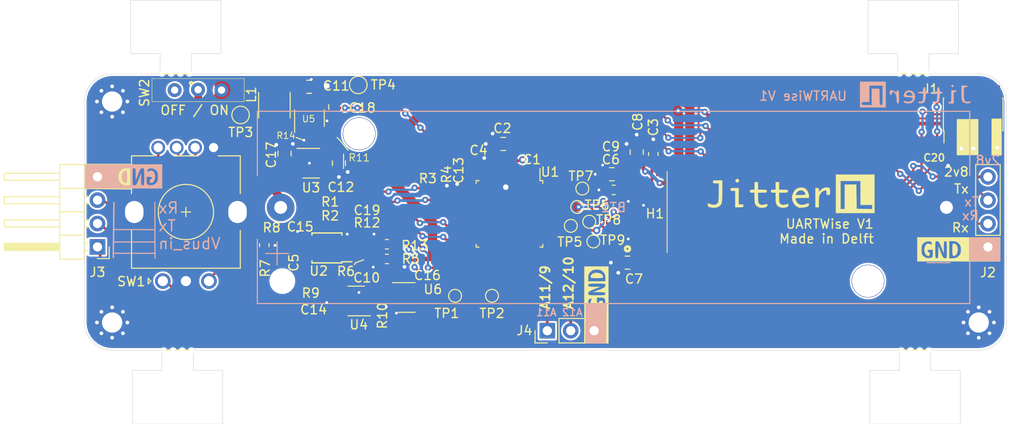
<source format=kicad_pcb>
(kicad_pcb (version 20171130) (host pcbnew 5.1.5-52549c5~84~ubuntu18.04.1)
  (title_block (date 2020-01-30))
  (layers (0 F.Cu signal) (31 B.Cu signal) (34 B.Paste user) (35 F.Paste user) (36 B.SilkS user) (37 F.SilkS user) (38 B.Mask user) (39 F.Mask user) (44 Edge.Cuts user))
  (net 0 "")
  (net 1 "Net-(BT1-Pad1)")
  (net 2 /~NRST)
  (net 3 "Net-(C6-Pad1)")
  (net 4 +16V)
  (net 5 "Net-(C9-Pad1)")
  (net 6 "Net-(C10-Pad1)")
  (net 7 +BATT)
  (net 8 VBUS)
  (net 9 "Net-(C15-Pad1)")
  (net 10 "Net-(C19-Pad1)")
  (net 11 /SPI1_MOSI)
  (net 12 /SPI1_SCLK)
  (net 13 /CMD_DATA)
  (net 14 /~OLED_RST)
  (net 15 /~OLED_CS)
  (net 16 /FRAME_SYNC)
  (net 17 /SWCLK)
  (net 18 /SWDIO)
  (net 19 /Rx_in)
  (net 20 /Tx_out)
  (net 21 "Net-(L1-Pad2)")
  (net 22 "Net-(R2-Pad2)")
  (net 23 /encoder_LED_R)
  (net 24 /encoder_LED_G)
  (net 25 /A)
  (net 26 /B)
  (net 27 "Net-(R9-Pad1)")
  (net 28 "Net-(R10-Pad2)")
  (net 29 "Net-(R11-Pad2)")
  (net 30 /SW)
  (net 31 /RX1)
  (net 32 /TX1)
  (net 33 /encoder_B)
  (net 34 /16V_enable)
  (net 35 /encoder_A)
  (net 36 /encoder_BTN)
  (net 37 GND)
  (net 38 "Net-(R1-Pad2)")
  (net 39 /BAT_VOLT)
  (net 40 /DEBUG_TX3)
  (net 41 /DEBUG_RX3)
  (net 42 /PA12)
  (net 43 /PA11)
  (net 44 +2V8)
  (module Jitter_Footprints:Tooling_hole_4mm_4.04mm_paste (layer F.Cu) (at 190 135)
    (fp_text reference TH4 hide)
    (fp_text value ToolingHole hide)
    (pad "" np_thru_hole circle (at 0 0) (size 4 4) (drill 4) (layers *.Cu *.Mask F.Paste))
  )
  (module Jitter_Footprints:Tooling_hole_4mm_4.04mm_paste (layer F.Cu) (at 190 95)
    (fp_text reference TH3 hide)
    (fp_text value ToolingHole hide)
    (pad "" np_thru_hole circle (at 0 0) (size 4 4) (drill 4) (layers *.Cu *.Mask F.Paste))
  )
  (module Jitter_Footprints:Tooling_hole_4mm_4.04mm_paste (layer F.Cu) (at 110 135)
    (fp_text reference TH2 hide)
    (fp_text value ToolingHole hide)
    (pad "" np_thru_hole circle (at 0 0) (size 4 4) (drill 4) (layers *.Cu *.Mask F.Paste))
  )
  (module Jitter_Footprints:Tooling_hole_4mm_4.04mm_paste (layer F.Cu) (at 110 95)
    (fp_text reference TH1 hide)
    (fp_text value ToolingHole hide)
    (pad "" np_thru_hole circle (at 0 0) (size 4 4) (drill 4) (layers *.Cu *.Mask F.Paste))
  )
  (module Jitter_Footprints:MouseBite_3.5mmx2.2mm_breakaway (layer F.Cu) (at 191.75 130 270)
    (fp_text reference MB4 hide)
    (fp_text value MouseBite hide)
    (pad "" np_thru_hole circle (at 0.15 0.15 270) (size 0.5 0.5) (drill 0.5) (layers *.Cu *.Mask))
    (pad "" np_thru_hole circle (at 0.15 1.15 270) (size 0.5 0.5) (drill 0.5) (layers *.Cu *.Mask))
    (pad "" np_thru_hole circle (at 0.15 2.15 270) (size 0.5 0.5) (drill 0.5) (layers *.Cu *.Mask))
    (pad "" np_thru_hole circle (at 0.15 3.15 270) (size 0.5 0.5) (drill 0.5) (layers *.Cu *.Mask))
  )
  (module Jitter_Footprints:MouseBite_3.5mmx2.2mm_breakaway (layer F.Cu) (at 188.25 100 90)
    (fp_text reference MB3 hide)
    (fp_text value MouseBite hide)
    (pad "" np_thru_hole circle (at 0.15 0.15 90) (size 0.5 0.5) (drill 0.5) (layers *.Cu *.Mask))
    (pad "" np_thru_hole circle (at 0.15 1.15 90) (size 0.5 0.5) (drill 0.5) (layers *.Cu *.Mask))
    (pad "" np_thru_hole circle (at 0.15 2.15 90) (size 0.5 0.5) (drill 0.5) (layers *.Cu *.Mask))
    (pad "" np_thru_hole circle (at 0.15 3.15 90) (size 0.5 0.5) (drill 0.5) (layers *.Cu *.Mask))
  )
  (module Jitter_Footprints:MouseBite_3.5mmx2.2mm_breakaway (layer F.Cu) (at 111.75 130 270)
    (fp_text reference MB2 hide)
    (fp_text value MouseBite hide)
    (pad "" np_thru_hole circle (at 0.15 0.15 270) (size 0.5 0.5) (drill 0.5) (layers *.Cu *.Mask))
    (pad "" np_thru_hole circle (at 0.15 1.15 270) (size 0.5 0.5) (drill 0.5) (layers *.Cu *.Mask))
    (pad "" np_thru_hole circle (at 0.15 2.15 270) (size 0.5 0.5) (drill 0.5) (layers *.Cu *.Mask))
    (pad "" np_thru_hole circle (at 0.15 3.15 270) (size 0.5 0.5) (drill 0.5) (layers *.Cu *.Mask))
  )
  (module Jitter_Footprints:MouseBite_3.5mmx2.2mm_breakaway (layer F.Cu) (at 108.25 100 90)
    (fp_text reference MB1 hide)
    (fp_text value MouseBite hide)
    (pad "" np_thru_hole circle (at 0.15 0.15 90) (size 0.5 0.5) (drill 0.5) (layers *.Cu *.Mask))
    (pad "" np_thru_hole circle (at 0.15 1.15 90) (size 0.5 0.5) (drill 0.5) (layers *.Cu *.Mask))
    (pad "" np_thru_hole circle (at 0.15 2.15 90) (size 0.5 0.5) (drill 0.5) (layers *.Cu *.Mask))
    (pad "" np_thru_hole circle (at 0.15 3.15 90) (size 0.5 0.5) (drill 0.5) (layers *.Cu *.Mask))
  )
  (module TestPoint:TestPoint_Pad_D1.0mm (layer F.Cu) (at 155.2 118.2)
    (fp_text reference TP9 (at 2.1 -0.15) (layer F.SilkS))
    (fp_text value TestPoint)
    (pad 1 smd circle (at 0 0) (size 1 1) (layers F.Cu F.Mask) (net 16 /FRAME_SYNC))
  )
  (module TestPoint:TestPoint_Pad_D1.0mm (layer F.Cu) (at 154.75 116.05)
    (fp_text reference TP8 (at 2.1 -0.2) (layer F.SilkS))
    (fp_text value TestPoint)
    (pad 1 smd circle (at 0 0) (size 1 1) (layers F.Cu F.Mask) (net 15 /~OLED_CS))
  )
  (module TestPoint:TestPoint_Pad_D1.0mm (layer F.Cu) (at 154 112.45)
    (fp_text reference TP7 (at -0.15 -1.35) (layer F.SilkS))
    (fp_text value TestPoint)
    (pad 1 smd circle (at 0 0) (size 1 1) (layers F.Cu F.Mask) (net 13 /CMD_DATA))
  )
  (module TestPoint:TestPoint_Pad_D1.0mm (layer F.Cu) (at 153.45 114.45)
    (fp_text reference TP6 (at 2.15 -0.2) (layer F.SilkS))
    (fp_text value TestPoint)
    (pad 1 smd circle (at 0 0) (size 1 1) (layers F.Cu F.Mask) (net 11 /SPI1_MOSI))
  )
  (module TestPoint:TestPoint_Pad_D1.0mm (layer F.Cu) (at 152.75 116.5)
    (fp_text reference TP5 (at -0.1 1.75) (layer F.SilkS))
    (fp_text value TestPoint)
    (pad 1 smd circle (at 0 0) (size 1 1) (layers F.Cu F.Mask) (net 12 /SPI1_SCLK))
  )
  (module TestPoint:TestPoint_Pad_D1.0mm (layer F.Cu) (at 144.2 124.1)
    (fp_text reference TP2 (at 0 1.9) (layer F.SilkS))
    (fp_text value TestPoint)
    (pad 1 smd circle (at 0 0) (size 1 1) (layers F.Cu F.Mask) (net 31 /RX1))
  )
  (module TestPoint:TestPoint_Pad_D1.0mm (layer F.Cu) (at 140.2 124.1)
    (fp_text reference TP1 (at -0.9 1.9) (layer F.SilkS))
    (fp_text value TestPoint)
    (pad 1 smd circle (at 0 0) (size 1 1) (layers F.Cu F.Mask) (net 32 /TX1))
  )
  (module Jitter_Logos:Jitter-mini (layer B.Cu) (at 184.1 100.9 180)
    (fp_text reference G*** hide)
    (fp_text value LOGO hide)
  )
  (module Jitter_Logos:Jitter-med (layer F.Cu) (at 176.425 113.025)
    (fp_text reference G*** hide)
    (fp_text value LOGO hide)
  )
  (module Logo:GND (layer F.Cu) (at 155.485 123.45 90)
    (fp_text reference G*** hide)
    (fp_text value LOGO hide)
  )
  (module Jitter_Footprints:Molex_503480-1400-1x14-1MP_P0.5mm_Horizontal (layer F.Cu) (at 159.5 115 90)
    (fp_text reference H1 (at -0.175 2.375) (layer F.SilkS))
    (fp_text value ELW2106AA)
    (pad 1 smd rect (at -3.25 0.35 90) (size 0.3 0.7) (layers F.Cu F.Paste F.Mask) (net 4 +16V))
    (pad 2 smd rect (at -2.75 0.35 90) (size 0.3 0.7) (layers F.Cu F.Paste F.Mask) (net 37 GND))
    (pad 3 smd rect (at -2.25 0.35 90) (size 0.3 0.7) (layers F.Cu F.Paste F.Mask) (net 16 /FRAME_SYNC))
    (pad 4 smd rect (at -1.75 0.35 90) (size 0.3 0.7) (layers F.Cu F.Paste F.Mask) (net 15 /~OLED_CS))
    (pad 5 smd rect (at -1.25 0.35 90) (size 0.3 0.7) (layers F.Cu F.Paste F.Mask) (net 14 /~OLED_RST))
    (pad 6 smd rect (at -0.75 0.35 90) (size 0.3 0.7) (layers F.Cu F.Paste F.Mask) (net 13 /CMD_DATA))
    (pad 7 smd rect (at -0.25 0.35 90) (size 0.3 0.7) (layers F.Cu F.Paste F.Mask) (net 12 /SPI1_SCLK))
    (pad 8 smd rect (at 0.25 0.35 90) (size 0.3 0.7) (layers F.Cu F.Paste F.Mask) (net 11 /SPI1_MOSI))
    (pad 9 smd rect (at 0.75 0.35 90) (size 0.3 0.7) (layers F.Cu F.Paste F.Mask) (net 37 GND))
    (pad 10 smd rect (at 1.25 0.35 90) (size 0.3 0.7) (layers F.Cu F.Paste F.Mask) (net 37 GND))
    (pad 11 smd rect (at 1.75 0.35 90) (size 0.3 0.7) (layers F.Cu F.Paste F.Mask) (net 44 +2V8))
    (pad 12 smd rect (at 2.25 0.35 90) (size 0.3 0.7) (layers F.Cu F.Paste F.Mask) (net 3 "Net-(C6-Pad1)"))
    (pad 13 smd rect (at 2.75 0.35 90) (size 0.3 0.7) (layers F.Cu F.Paste F.Mask) (net 5 "Net-(C9-Pad1)"))
    (pad 14 smd rect (at 3.25 0.35 90) (size 0.3 0.7) (layers F.Cu F.Paste F.Mask) (net 4 +16V))
    (pad "" smd rect (at -4.04 3 90) (size 0.3 1) (layers F.Cu F.Paste F.Mask))
    (pad "" smd rect (at 4.04 3 90) (size 0.3 1) (layers F.Cu F.Paste F.Mask))
  )
  (module Capacitor_SMD:C_0402_1005Metric (layer F.Cu) (at 194.3 109.37 180)
    (fp_text reference C20 (at 2.13 0.26) (layer F.SilkS) (effects (font (size 0.8 0.8))))
    (fp_text value 10nF)
    (pad 1 smd roundrect (at -0.485 0 180) (size 0.59 0.64) (layers F.Cu F.Paste F.Mask) (net 44 +2V8))
    (pad 2 smd roundrect (at 0.485 0 180) (size 0.59 0.64) (layers F.Cu F.Paste F.Mask) (net 37 GND))
  )
  (module Capacitor_SMD:C_0402_1005Metric (layer F.Cu) (at 140.39 113.13 90)
    (fp_text reference C13 (at 2.65 0.19 90) (layer F.SilkS))
    (fp_text value 100nF)
    (pad 1 smd roundrect (at -0.485 0 90) (size 0.59 0.64) (layers F.Cu F.Paste F.Mask) (net 39 /BAT_VOLT))
    (pad 2 smd roundrect (at 0.485 0 90) (size 0.59 0.64) (layers F.Cu F.Paste F.Mask) (net 37 GND))
  )
  (module Logo:GND (layer B.Cu) (at 105.89 111.09 180)
    (fp_text reference G*** hide)
    (fp_text value LOGO hide)
  )
  (module Logo:GND (layer F.Cu) (at 192.87 119.01)
    (fp_text reference G*** hide)
    (fp_text value LOGO hide)
  )
  (module MountingHole:MountingHole_2.2mm_M2_Pad_Via (layer F.Cu) (at 103 127)
    (fp_text reference H4 hide)
    (fp_text value MountingHole_Pad hide)
    (pad 1 thru_hole circle (at 0 0) (size 4.4 4.4) (drill 2.2) (layers *.Cu *.Mask) (net 37 GND))
    (pad 1 thru_hole circle (at 1.65 0) (size 0.7 0.7) (drill 0.4) (layers *.Cu *.Mask) (net 37 GND))
    (pad 1 thru_hole circle (at 1.166726 1.166726) (size 0.7 0.7) (drill 0.4) (layers *.Cu *.Mask) (net 37 GND))
    (pad 1 thru_hole circle (at 0 1.65) (size 0.7 0.7) (drill 0.4) (layers *.Cu *.Mask) (net 37 GND))
    (pad 1 thru_hole circle (at -1.166726 1.166726) (size 0.7 0.7) (drill 0.4) (layers *.Cu *.Mask) (net 37 GND))
    (pad 1 thru_hole circle (at -1.65 0) (size 0.7 0.7) (drill 0.4) (layers *.Cu *.Mask) (net 37 GND))
    (pad 1 thru_hole circle (at -1.166726 -1.166726) (size 0.7 0.7) (drill 0.4) (layers *.Cu *.Mask) (net 37 GND))
    (pad 1 thru_hole circle (at 0 -1.65) (size 0.7 0.7) (drill 0.4) (layers *.Cu *.Mask) (net 37 GND))
    (pad 1 thru_hole circle (at 1.166726 -1.166726) (size 0.7 0.7) (drill 0.4) (layers *.Cu *.Mask) (net 37 GND))
  )
  (module Connector_PinHeader_2.54mm:PinHeader_1x03_P2.54mm_Vertical (layer F.Cu) (at 150.2 127.89 90)
    (fp_text reference J4 (at 0.02 -2.48 180) (layer F.SilkS))
    (fp_text value Conn_01x03_Male)
    (pad 1 thru_hole rect (at 0 0 90) (size 1.7 1.7) (drill 1) (layers *.Cu *.Mask) (net 43 /PA11))
    (pad 2 thru_hole oval (at 0 2.54 90) (size 1.7 1.7) (drill 1) (layers *.Cu *.Mask) (net 42 /PA12))
    (pad 3 thru_hole oval (at 0 5.08 90) (size 1.7 1.7) (drill 1) (layers *.Cu *.Mask) (net 37 GND))
  )
  (module Capacitor_SMD:C_0603_1608Metric (layer F.Cu) (at 161.7 108.7 90)
    (fp_text reference C3 (at 2.91 0 90) (layer F.SilkS))
    (fp_text value 1.0µF)
    (pad 1 smd roundrect (at -0.7875 0 90) (size 0.875 0.95) (layers F.Cu F.Paste F.Mask) (net 44 +2V8))
    (pad 2 smd roundrect (at 0.7875 0 90) (size 0.875 0.95) (layers F.Cu F.Paste F.Mask) (net 37 GND))
  )
  (module Resistor_SMD:R_0402_1005Metric (layer F.Cu) (at 139.39 113.14 270)
    (fp_text reference R4 (at -2.23 0.12 90) (layer F.SilkS))
    (fp_text value 10k)
    (pad 1 smd roundrect (at -0.485 0 270) (size 0.59 0.64) (layers F.Cu F.Paste F.Mask) (net 37 GND))
    (pad 2 smd roundrect (at 0.485 0 270) (size 0.59 0.64) (layers F.Cu F.Paste F.Mask) (net 39 /BAT_VOLT))
  )
  (module Resistor_SMD:R_0402_1005Metric (layer F.Cu) (at 137.3 112.41 180)
    (fp_text reference R3 (at 0.06 1.05) (layer F.SilkS))
    (fp_text value 10k)
    (pad 1 smd roundrect (at -0.485 0 180) (size 0.59 0.64) (layers F.Cu F.Paste F.Mask) (net 39 /BAT_VOLT))
    (pad 2 smd roundrect (at 0.485 0 180) (size 0.59 0.64) (layers F.Cu F.Paste F.Mask) (net 7 +BATT))
  )
  (module Capacitor_SMD:C_0402_1005Metric (layer F.Cu) (at 121.55 119.14 90)
    (fp_text reference C5 (at -1.36 1.15 90) (layer F.SilkS))
    (fp_text value 10nF)
    (pad 1 smd roundrect (at -0.485 0 90) (size 0.59 0.64) (layers F.Cu F.Paste F.Mask) (net 44 +2V8))
    (pad 2 smd roundrect (at 0.485 0 90) (size 0.59 0.64) (layers F.Cu F.Paste F.Mask) (net 37 GND))
  )
  (module TestPoint:TestPoint_Pad_D1.5mm (layer F.Cu) (at 116.93 104.46 180)
    (fp_text reference TP3 (at -0.02 -1.89) (layer F.SilkS))
    (fp_text value TestPoint)
    (pad 1 smd circle (at 0 0 180) (size 1.5 1.5) (layers F.Cu F.Mask) (net 7 +BATT))
  )
  (module Jitter_Footprints:slide_switch_09.03201.02 (layer F.Cu) (at 112.32 101.76)
    (fp_text reference SW2 (at -5.82 0.29 90) (layer F.SilkS))
    (fp_text value SW_SPDT)
    (pad 1 thru_hole circle (at 0 -0.05) (size 1.524 1.524) (drill 0.8) (layers *.Cu *.Mask) (net 1 "Net-(BT1-Pad1)"))
    (pad 2 thru_hole circle (at 2.54 0) (size 1.524 1.524) (drill 0.8) (layers *.Cu *.Mask) (net 7 +BATT))
    (pad 3 thru_hole circle (at -2.54 0) (size 1.524 1.524) (drill 0.8) (layers *.Cu *.Mask))
  )
  (module Resistor_SMD:R_0603_1608Metric (layer F.Cu) (at 132.8 118.5)
    (fp_text reference R13 (at 3.02 0.14) (layer F.SilkS))
    (fp_text value 10k)
    (pad 1 smd roundrect (at -0.7875 0) (size 0.875 0.95) (layers F.Cu F.Paste F.Mask) (net 25 /A))
    (pad 2 smd roundrect (at 0.7875 0) (size 0.875 0.95) (layers F.Cu F.Paste F.Mask) (net 44 +2V8))
  )
  (module Resistor_SMD:R_0603_1608Metric (layer F.Cu) (at 119.5 118.6 270)
    (fp_text reference R7 (at 2.52 -0.1 90) (layer F.SilkS))
    (fp_text value 10k)
    (pad 1 smd roundrect (at -0.7875 0 270) (size 0.875 0.95) (layers F.Cu F.Paste F.Mask) (net 30 /SW))
    (pad 2 smd roundrect (at 0.7875 0 270) (size 0.875 0.95) (layers F.Cu F.Paste F.Mask) (net 44 +2V8))
  )
  (module Resistor_SMD:R_0603_1608Metric (layer F.Cu) (at 132.8 120.1)
    (fp_text reference R5 (at 2.59 0) (layer F.SilkS))
    (fp_text value 10k)
    (pad 1 smd roundrect (at -0.7875 0) (size 0.875 0.95) (layers F.Cu F.Paste F.Mask) (net 26 /B))
    (pad 2 smd roundrect (at 0.7875 0) (size 0.875 0.95) (layers F.Cu F.Paste F.Mask) (net 44 +2V8))
  )
  (module "Jitter_Footprints:BatteryHolder_Keystone_1043(p)_1x18650" (layer B.Cu) (at 157.39 114.5 180)
    (fp_text reference BT1 (at 0 0 180) (layer B.SilkS) (effects (justify mirror)))
    (fp_text value Battery_Cell)
    (pad 2 thru_hole circle (at -36.11 0) (size 3 3) (drill 1.4) (layers *.Cu *.Mask) (net 37 GND))
    (pad "" np_thru_hole circle (at -27.6 -8) (size 3.55 3.55) (drill 3.45) (layers *.Cu *.Mask))
    (pad "" np_thru_hole circle (at 27.6 8) (size 3.55 3.55) (drill 3.45) (layers *.Cu *.Mask))
    (pad "" np_thru_hole circle (at 35.93 -8) (size 2.39 2.39) (drill 2.39) (layers *.Cu *.Mask))
    (pad 1 thru_hole circle (at 36.11 0 180) (size 3 3) (drill 1.4) (layers *.Cu *.Mask) (net 1 "Net-(BT1-Pad1)"))
  )
  (module MountingHole:MountingHole_2.2mm_M2_Pad_Via (layer F.Cu) (at 197 127)
    (fp_text reference H3 hide)
    (fp_text value MountingHole_Pad hide)
    (pad 1 thru_hole circle (at 0 0) (size 4.4 4.4) (drill 2.2) (layers *.Cu *.Mask) (net 37 GND))
    (pad 1 thru_hole circle (at 1.65 0) (size 0.7 0.7) (drill 0.4) (layers *.Cu *.Mask) (net 37 GND))
    (pad 1 thru_hole circle (at 1.166726 1.166726) (size 0.7 0.7) (drill 0.4) (layers *.Cu *.Mask) (net 37 GND))
    (pad 1 thru_hole circle (at 0 1.65) (size 0.7 0.7) (drill 0.4) (layers *.Cu *.Mask) (net 37 GND))
    (pad 1 thru_hole circle (at -1.166726 1.166726) (size 0.7 0.7) (drill 0.4) (layers *.Cu *.Mask) (net 37 GND))
    (pad 1 thru_hole circle (at -1.65 0) (size 0.7 0.7) (drill 0.4) (layers *.Cu *.Mask) (net 37 GND))
    (pad 1 thru_hole circle (at -1.166726 -1.166726) (size 0.7 0.7) (drill 0.4) (layers *.Cu *.Mask) (net 37 GND))
    (pad 1 thru_hole circle (at 0 -1.65) (size 0.7 0.7) (drill 0.4) (layers *.Cu *.Mask) (net 37 GND))
    (pad 1 thru_hole circle (at 1.166726 -1.166726) (size 0.7 0.7) (drill 0.4) (layers *.Cu *.Mask) (net 37 GND))
  )
  (module MountingHole:MountingHole_2.2mm_M2_Pad_Via (layer F.Cu) (at 103 103)
    (fp_text reference H2 hide)
    (fp_text value MountingHole_Pad hide)
    (pad 1 thru_hole circle (at 0 0) (size 4.4 4.4) (drill 2.2) (layers *.Cu *.Mask) (net 37 GND))
    (pad 1 thru_hole circle (at 1.65 0) (size 0.7 0.7) (drill 0.4) (layers *.Cu *.Mask) (net 37 GND))
    (pad 1 thru_hole circle (at 1.166726 1.166726) (size 0.7 0.7) (drill 0.4) (layers *.Cu *.Mask) (net 37 GND))
    (pad 1 thru_hole circle (at 0 1.65) (size 0.7 0.7) (drill 0.4) (layers *.Cu *.Mask) (net 37 GND))
    (pad 1 thru_hole circle (at -1.166726 1.166726) (size 0.7 0.7) (drill 0.4) (layers *.Cu *.Mask) (net 37 GND))
    (pad 1 thru_hole circle (at -1.65 0) (size 0.7 0.7) (drill 0.4) (layers *.Cu *.Mask) (net 37 GND))
    (pad 1 thru_hole circle (at -1.166726 -1.166726) (size 0.7 0.7) (drill 0.4) (layers *.Cu *.Mask) (net 37 GND))
    (pad 1 thru_hole circle (at 0 -1.65) (size 0.7 0.7) (drill 0.4) (layers *.Cu *.Mask) (net 37 GND))
    (pad 1 thru_hole circle (at 1.166726 -1.166726) (size 0.7 0.7) (drill 0.4) (layers *.Cu *.Mask) (net 37 GND))
  )
  (module Jitter_Footprints:PEL12D-4xxxS-Sxxxx (layer F.Cu) (at 111 115)
    (fp_text reference SW1 (at -5.925 7.55) (layer F.SilkS))
    (fp_text value Rotary_Encoder_Switch_DualLED)
    (pad 1 thru_hole circle (at 3 -7) (size 1.5 1.5) (drill 1) (layers *.Cu *.Mask) (net 37 GND))
    (pad 2 thru_hole circle (at 1 -7) (size 1.5 1.5) (drill 1) (layers *.Cu *.Mask) (net 38 "Net-(R1-Pad2)"))
    (pad 3 thru_hole circle (at -1 -7) (size 1.5 1.5) (drill 1) (layers *.Cu *.Mask) (net 22 "Net-(R2-Pad2)"))
    (pad 4 thru_hole circle (at -3 -7) (size 1.5 1.5) (drill 1) (layers *.Cu *.Mask) (net 30 /SW))
    (pad A thru_hole circle (at -2.5 7.5) (size 1.7 1.7) (drill 1.1) (layers *.Cu *.Mask) (net 25 /A))
    (pad C thru_hole circle (at 0 7.5) (size 1.7 1.7) (drill 1.1) (layers *.Cu *.Mask) (net 37 GND))
    (pad B thru_hole circle (at 2.5 7.5) (size 1.7 1.7) (drill 1.1) (layers *.Cu *.Mask) (net 26 /B))
    (pad MP thru_hole rect (at -5.6 0) (size 3 3) (drill oval 2 2.4) (layers *.Cu *.Mask) (net 37 GND))
    (pad MP thru_hole rect (at 5.6 0) (size 3 3) (drill oval 2 2.4) (layers *.Cu *.Mask) (net 37 GND))
  )
  (module Resistor_SMD:R_0402_1005Metric (layer F.Cu) (at 124.7 114.9 180)
    (fp_text reference R2 (at -1.94 -0.51) (layer F.SilkS))
    (fp_text value 220)
    (pad 1 smd roundrect (at -0.485 0 180) (size 0.59 0.64) (layers F.Cu F.Paste F.Mask) (net 23 /encoder_LED_R))
    (pad 2 smd roundrect (at 0.485 0 180) (size 0.59 0.64) (layers F.Cu F.Paste F.Mask) (net 22 "Net-(R2-Pad2)"))
  )
  (module Resistor_SMD:R_0402_1005Metric (layer F.Cu) (at 124.7 113.9 180)
    (fp_text reference R1 (at -1.95 0) (layer F.SilkS))
    (fp_text value 220)
    (pad 1 smd roundrect (at -0.485 0 180) (size 0.59 0.64) (layers F.Cu F.Paste F.Mask) (net 24 /encoder_LED_G))
    (pad 2 smd roundrect (at 0.485 0 180) (size 0.59 0.64) (layers F.Cu F.Paste F.Mask) (net 38 "Net-(R1-Pad2)"))
  )
  (module TestPoint:TestPoint_Pad_D1.5mm (layer F.Cu) (at 129.7 101.2 90)
    (fp_text reference TP4 (at 0.01 2.71 180) (layer F.SilkS))
    (fp_text value TestPoint)
    (pad 1 smd circle (at 0 0 90) (size 1.5 1.5) (layers F.Cu F.Mask) (net 4 +16V))
  )
  (module Package_TO_SOT_SMD:SOT-23-5 (layer F.Cu) (at 124.6 109.7)
    (fp_text reference U3 (at -0.03 2.66) (layer F.SilkS))
    (fp_text value TLV70228_SOT23-5)
    (pad 1 smd rect (at -1.1 -0.95) (size 1.06 0.65) (layers F.Cu F.Paste F.Mask) (net 7 +BATT))
    (pad 2 smd rect (at -1.1 0) (size 1.06 0.65) (layers F.Cu F.Paste F.Mask) (net 37 GND))
    (pad 3 smd rect (at -1.1 0.95) (size 1.06 0.65) (layers F.Cu F.Paste F.Mask) (net 7 +BATT))
    (pad 4 smd rect (at 1.1 0.95) (size 1.06 0.65) (layers F.Cu F.Paste F.Mask))
    (pad 5 smd rect (at 1.1 -0.95) (size 1.06 0.65) (layers F.Cu F.Paste F.Mask) (net 44 +2V8))
  )
  (module Package_SO:TSSOP-8_3x3mm_P0.65mm (layer F.Cu) (at 126.3 118.9 180)
    (fp_text reference U2 (at 0.9 -2.5) (layer F.SilkS))
    (fp_text value 74LVC3G17)
    (pad 1 smd rect (at -2.15 -0.975 180) (size 1.1 0.4) (layers F.Cu F.Paste F.Mask) (net 6 "Net-(C10-Pad1)"))
    (pad 2 smd rect (at -2.15 -0.325 180) (size 1.1 0.4) (layers F.Cu F.Paste F.Mask) (net 36 /encoder_BTN))
    (pad 3 smd rect (at -2.15 0.325 180) (size 1.1 0.4) (layers F.Cu F.Paste F.Mask) (net 10 "Net-(C19-Pad1)"))
    (pad 4 smd rect (at -2.15 0.975 180) (size 1.1 0.4) (layers F.Cu F.Paste F.Mask) (net 37 GND))
    (pad 5 smd rect (at 2.15 0.975 180) (size 1.1 0.4) (layers F.Cu F.Paste F.Mask) (net 35 /encoder_A))
    (pad 6 smd rect (at 2.15 0.325 180) (size 1.1 0.4) (layers F.Cu F.Paste F.Mask) (net 9 "Net-(C15-Pad1)"))
    (pad 7 smd rect (at 2.15 -0.325 180) (size 1.1 0.4) (layers F.Cu F.Paste F.Mask) (net 33 /encoder_B))
    (pad 8 smd rect (at 2.15 -0.975 180) (size 1.1 0.4) (layers F.Cu F.Paste F.Mask) (net 44 +2V8))
  )
  (module Package_TO_SOT_SMD:SOT-23-5 (layer F.Cu) (at 134.965 124.28)
    (fp_text reference U6 (at 2.825 -0.88) (layer F.SilkS))
    (fp_text value sn74lv1t34)
    (pad 1 smd rect (at -1.1 -0.95) (size 1.06 0.65) (layers F.Cu F.Paste F.Mask))
    (pad 2 smd rect (at -1.1 0) (size 1.06 0.65) (layers F.Cu F.Paste F.Mask) (net 28 "Net-(R10-Pad2)"))
    (pad 3 smd rect (at -1.1 0.95) (size 1.06 0.65) (layers F.Cu F.Paste F.Mask) (net 37 GND))
    (pad 4 smd rect (at 1.1 0.95) (size 1.06 0.65) (layers F.Cu F.Paste F.Mask) (net 31 /RX1))
    (pad 5 smd rect (at 1.1 -0.95) (size 1.06 0.65) (layers F.Cu F.Paste F.Mask) (net 44 +2V8))
  )
  (module Package_TO_SOT_SMD:SOT-23-6 (layer F.Cu) (at 124.4 104.8 90)
    (fp_text reference U5 (at -0.09 -0.09 180) (layer F.SilkS) (effects (font (size 0.7 0.7) (thickness 0.1))))
    (fp_text value TLV61046ADB)
    (pad 1 smd rect (at -1.1 -0.95 90) (size 1.06 0.65) (layers F.Cu F.Paste F.Mask) (net 21 "Net-(L1-Pad2)"))
    (pad 2 smd rect (at -1.1 0 90) (size 1.06 0.65) (layers F.Cu F.Paste F.Mask) (net 37 GND))
    (pad 3 smd rect (at -1.1 0.95 90) (size 1.06 0.65) (layers F.Cu F.Paste F.Mask) (net 29 "Net-(R11-Pad2)"))
    (pad 4 smd rect (at 1.1 0.95 90) (size 1.06 0.65) (layers F.Cu F.Paste F.Mask) (net 34 /16V_enable))
    (pad 6 smd rect (at 1.1 -0.95 90) (size 1.06 0.65) (layers F.Cu F.Paste F.Mask) (net 7 +BATT))
    (pad 5 smd rect (at 1.1 0 90) (size 1.06 0.65) (layers F.Cu F.Paste F.Mask) (net 4 +16V))
  )
  (module Package_TO_SOT_SMD:SOT-23-5 (layer F.Cu) (at 129.47 124.66 180)
    (fp_text reference U4 (at -0.28 -2.58) (layer F.SilkS))
    (fp_text value sn74lv1t34)
    (pad 1 smd rect (at -1.1 -0.95 180) (size 1.06 0.65) (layers F.Cu F.Paste F.Mask))
    (pad 2 smd rect (at -1.1 0 180) (size 1.06 0.65) (layers F.Cu F.Paste F.Mask) (net 32 /TX1))
    (pad 3 smd rect (at -1.1 0.95 180) (size 1.06 0.65) (layers F.Cu F.Paste F.Mask) (net 37 GND))
    (pad 4 smd rect (at 1.1 0.95 180) (size 1.06 0.65) (layers F.Cu F.Paste F.Mask) (net 27 "Net-(R9-Pad1)"))
    (pad 5 smd rect (at 1.1 -0.95 180) (size 1.06 0.65) (layers F.Cu F.Paste F.Mask) (net 8 VBUS))
  )
  (module Package_QFP:LQFP-32_7x7mm_P0.8mm (layer F.Cu) (at 146.1 115.2 270)
    (fp_text reference U1 (at -4.55 -4.4 180) (layer F.SilkS))
    (fp_text value STM32G070KBT6)
    (pad 1 smd roundrect (at -4.175 -2.8 270) (size 1.5 0.5) (layers F.Cu F.Paste F.Mask) (net 41 /DEBUG_RX3))
    (pad 2 smd roundrect (at -4.175 -2 270) (size 1.5 0.5) (layers F.Cu F.Paste F.Mask))
    (pad 3 smd roundrect (at -4.175 -1.2 270) (size 1.5 0.5) (layers F.Cu F.Paste F.Mask))
    (pad 4 smd roundrect (at -4.175 -0.4 270) (size 1.5 0.5) (layers F.Cu F.Paste F.Mask) (net 44 +2V8))
    (pad 5 smd roundrect (at -4.175 0.4 270) (size 1.5 0.5) (layers F.Cu F.Paste F.Mask) (net 37 GND))
    (pad 6 smd roundrect (at -4.175 1.2 270) (size 1.5 0.5) (layers F.Cu F.Paste F.Mask) (net 2 /~NRST))
    (pad 7 smd roundrect (at -4.175 2 270) (size 1.5 0.5) (layers F.Cu F.Paste F.Mask))
    (pad 8 smd roundrect (at -4.175 2.8 270) (size 1.5 0.5) (layers F.Cu F.Paste F.Mask) (net 34 /16V_enable))
    (pad 9 smd roundrect (at -2.8 4.175 270) (size 0.5 1.5) (layers F.Cu F.Paste F.Mask))
    (pad 10 smd roundrect (at -2 4.175 270) (size 0.5 1.5) (layers F.Cu F.Paste F.Mask))
    (pad 11 smd roundrect (at -1.2 4.175 270) (size 0.5 1.5) (layers F.Cu F.Paste F.Mask) (net 39 /BAT_VOLT))
    (pad 12 smd roundrect (at -0.4 4.175 270) (size 0.5 1.5) (layers F.Cu F.Paste F.Mask))
    (pad 13 smd roundrect (at 0.4 4.175 270) (size 0.5 1.5) (layers F.Cu F.Paste F.Mask))
    (pad 14 smd roundrect (at 1.2 4.175 270) (size 0.5 1.5) (layers F.Cu F.Paste F.Mask) (net 24 /encoder_LED_G))
    (pad 15 smd roundrect (at 2 4.175 270) (size 0.5 1.5) (layers F.Cu F.Paste F.Mask) (net 23 /encoder_LED_R))
    (pad 16 smd roundrect (at 2.8 4.175 270) (size 0.5 1.5) (layers F.Cu F.Paste F.Mask) (net 35 /encoder_A))
    (pad 17 smd roundrect (at 4.175 2.8 270) (size 1.5 0.5) (layers F.Cu F.Paste F.Mask) (net 33 /encoder_B))
    (pad 18 smd roundrect (at 4.175 2 270) (size 1.5 0.5) (layers F.Cu F.Paste F.Mask) (net 36 /encoder_BTN))
    (pad 19 smd roundrect (at 4.175 1.2 270) (size 1.5 0.5) (layers F.Cu F.Paste F.Mask) (net 32 /TX1))
    (pad 20 smd roundrect (at 4.175 0.4 270) (size 1.5 0.5) (layers F.Cu F.Paste F.Mask))
    (pad 21 smd roundrect (at 4.175 -0.4 270) (size 1.5 0.5) (layers F.Cu F.Paste F.Mask) (net 31 /RX1))
    (pad 22 smd roundrect (at 4.175 -1.2 270) (size 1.5 0.5) (layers F.Cu F.Paste F.Mask) (net 43 /PA11))
    (pad 23 smd roundrect (at 4.175 -2 270) (size 1.5 0.5) (layers F.Cu F.Paste F.Mask) (net 42 /PA12))
    (pad 24 smd roundrect (at 4.175 -2.8 270) (size 1.5 0.5) (layers F.Cu F.Paste F.Mask) (net 18 /SWDIO))
    (pad 25 smd roundrect (at 2.8 -4.175 270) (size 0.5 1.5) (layers F.Cu F.Paste F.Mask) (net 17 /SWCLK))
    (pad 26 smd roundrect (at 2 -4.175 270) (size 0.5 1.5) (layers F.Cu F.Paste F.Mask) (net 16 /FRAME_SYNC))
    (pad 27 smd roundrect (at 1.2 -4.175 270) (size 0.5 1.5) (layers F.Cu F.Paste F.Mask) (net 12 /SPI1_SCLK))
    (pad 28 smd roundrect (at 0.4 -4.175 270) (size 0.5 1.5) (layers F.Cu F.Paste F.Mask) (net 15 /~OLED_CS))
    (pad 29 smd roundrect (at -0.4 -4.175 270) (size 0.5 1.5) (layers F.Cu F.Paste F.Mask) (net 11 /SPI1_MOSI))
    (pad 30 smd roundrect (at -1.2 -4.175 270) (size 0.5 1.5) (layers F.Cu F.Paste F.Mask) (net 14 /~OLED_RST))
    (pad 31 smd roundrect (at -2 -4.175 270) (size 0.5 1.5) (layers F.Cu F.Paste F.Mask) (net 13 /CMD_DATA))
    (pad 32 smd roundrect (at -2.8 -4.175 270) (size 0.5 1.5) (layers F.Cu F.Paste F.Mask) (net 40 /DEBUG_TX3))
  )
  (module Resistor_SMD:R_0402_1005Metric (layer F.Cu) (at 124.9 107.2 180)
    (fp_text reference R14 (at 3.05 0.5) (layer F.SilkS) (effects (font (size 0.7 0.7) (thickness 0.1))))
    (fp_text value 56k)
    (pad 1 smd roundrect (at -0.485 0 180) (size 0.59 0.64) (layers F.Cu F.Paste F.Mask) (net 29 "Net-(R11-Pad2)"))
    (pad 2 smd roundrect (at 0.485 0 180) (size 0.59 0.64) (layers F.Cu F.Paste F.Mask) (net 37 GND))
  )
  (module Resistor_SMD:R_0402_1005Metric (layer F.Cu) (at 130.3 118.4 180)
    (fp_text reference R12 (at -0.35 2.23) (layer F.SilkS))
    (fp_text value 10k)
    (pad 1 smd roundrect (at -0.485 0 180) (size 0.59 0.64) (layers F.Cu F.Paste F.Mask) (net 25 /A))
    (pad 2 smd roundrect (at 0.485 0 180) (size 0.59 0.64) (layers F.Cu F.Paste F.Mask) (net 10 "Net-(C19-Pad1)"))
  )
  (module Resistor_SMD:R_0402_1005Metric (layer F.Cu) (at 126.8 106.6 270)
    (fp_text reference R11 (at 2.5 -3 180) (layer F.SilkS) (effects (font (size 0.8 0.8) (thickness 0.1))))
    (fp_text value 1.1M)
    (pad 1 smd roundrect (at -0.485 0 270) (size 0.59 0.64) (layers F.Cu F.Paste F.Mask) (net 4 +16V))
    (pad 2 smd roundrect (at 0.485 0 270) (size 0.59 0.64) (layers F.Cu F.Paste F.Mask) (net 29 "Net-(R11-Pad2)"))
  )
  (module Resistor_SMD:R_0402_1005Metric (layer F.Cu) (at 132.54 123.76 270)
    (fp_text reference R10 (at 2.5 0.23 90) (layer F.SilkS))
    (fp_text value 47)
    (pad 1 smd roundrect (at -0.485 0 270) (size 0.59 0.64) (layers F.Cu F.Paste F.Mask) (net 19 /Rx_in))
    (pad 2 smd roundrect (at 0.485 0 270) (size 0.59 0.64) (layers F.Cu F.Paste F.Mask) (net 28 "Net-(R10-Pad2)"))
  )
  (module Resistor_SMD:R_0402_1005Metric (layer F.Cu) (at 126.52 123.75 180)
    (fp_text reference R9 (at 1.975 -0.05) (layer F.SilkS))
    (fp_text value 47)
    (pad 1 smd roundrect (at -0.485 0 180) (size 0.59 0.64) (layers F.Cu F.Paste F.Mask) (net 27 "Net-(R9-Pad1)"))
    (pad 2 smd roundrect (at 0.485 0 180) (size 0.59 0.64) (layers F.Cu F.Paste F.Mask) (net 20 /Tx_out))
  )
  (module Resistor_SMD:R_0402_1005Metric (layer F.Cu) (at 121.21 117.6)
    (fp_text reference R8 (at -0.91 -0.9) (layer F.SilkS))
    (fp_text value 10k)
    (pad 1 smd roundrect (at -0.485 0) (size 0.59 0.64) (layers F.Cu F.Paste F.Mask) (net 30 /SW))
    (pad 2 smd roundrect (at 0.485 0) (size 0.59 0.64) (layers F.Cu F.Paste F.Mask) (net 9 "Net-(C15-Pad1)"))
  )
  (module Resistor_SMD:R_0402_1005Metric (layer F.Cu) (at 130.3 119.9 180)
    (fp_text reference R6 (at 1.94 -1.54) (layer F.SilkS))
    (fp_text value 10k)
    (pad 1 smd roundrect (at -0.485 0 180) (size 0.59 0.64) (layers F.Cu F.Paste F.Mask) (net 26 /B))
    (pad 2 smd roundrect (at 0.485 0 180) (size 0.59 0.64) (layers F.Cu F.Paste F.Mask) (net 6 "Net-(C10-Pad1)"))
  )
  (module Inductor_SMD:L_1812_4532Metric (layer F.Cu) (at 120.6 103.4 270)
    (fp_text reference L1 (at -1.15 2.5 90) (layer F.SilkS))
    (fp_text value 22µH)
    (pad 1 smd roundrect (at -2.1375 0 270) (size 1.125 3.4) (layers F.Cu F.Paste F.Mask) (roundrect_rratio 0.222222) (net 7 +BATT))
    (pad 2 smd roundrect (at 2.1375 0 270) (size 1.125 3.4) (layers F.Cu F.Paste F.Mask) (roundrect_rratio 0.222222) (net 21 "Net-(L1-Pad2)"))
  )
  (module Connector_PinHeader_2.54mm:PinHeader_1x04_P2.54mm_Horizontal (layer F.Cu) (at 101.41 118.79 180)
    (fp_text reference J3 (at 0 -2.75) (layer F.SilkS))
    (fp_text value Conn_01x04_Female)
    (pad 1 thru_hole rect (at 0 0 180) (size 1.7 1.7) (drill 1) (layers *.Cu *.Mask) (net 8 VBUS))
    (pad 2 thru_hole oval (at 0 2.54 180) (size 1.7 1.7) (drill 1) (layers *.Cu *.Mask) (net 20 /Tx_out))
    (pad 3 thru_hole oval (at 0 5.08 180) (size 1.7 1.7) (drill 1) (layers *.Cu *.Mask) (net 19 /Rx_in))
    (pad 4 thru_hole oval (at 0 7.62 180) (size 1.7 1.7) (drill 1) (layers *.Cu *.Mask) (net 37 GND))
  )
  (module Connector_PinSocket_2.54mm:PinSocket_1x04_P2.54mm_Vertical (layer F.Cu) (at 198 118.8 180)
    (fp_text reference J2 (at 0 -2.77 180) (layer F.SilkS))
    (fp_text value Conn_01x04_Female)
    (pad 1 thru_hole rect (at 0 0 180) (size 1.7 1.7) (drill 1) (layers *.Cu *.Mask) (net 37 GND))
    (pad 2 thru_hole oval (at 0 2.54 180) (size 1.7 1.7) (drill 1) (layers *.Cu *.Mask) (net 41 /DEBUG_RX3))
    (pad 3 thru_hole oval (at 0 5.08 180) (size 1.7 1.7) (drill 1) (layers *.Cu *.Mask) (net 40 /DEBUG_TX3))
    (pad 4 thru_hole oval (at 0 7.62 180) (size 1.7 1.7) (drill 1) (layers *.Cu *.Mask) (net 44 +2V8))
  )
  (module Connector_PinHeader_1.27mm:PinHeader_2x05_P1.27mm_Vertical_SMD (layer F.Cu) (at 196.4 104.4 90)
    (fp_text reference J1 (at 2.77 -4.63 180) (layer F.SilkS))
    (fp_text value Conn_ARM_JTAG_SWD_10)
    (pad 1 smd rect (at -1.95 -2.54 90) (size 2.4 0.74) (layers F.Cu F.Paste F.Mask) (net 44 +2V8))
    (pad 2 smd rect (at 1.95 -2.54 90) (size 2.4 0.74) (layers F.Cu F.Paste F.Mask) (net 18 /SWDIO))
    (pad 3 smd rect (at -1.95 -1.27 90) (size 2.4 0.74) (layers F.Cu F.Paste F.Mask) (net 37 GND))
    (pad 4 smd rect (at 1.95 -1.27 90) (size 2.4 0.74) (layers F.Cu F.Paste F.Mask) (net 17 /SWCLK))
    (pad 5 smd rect (at -1.95 0 90) (size 2.4 0.74) (layers F.Cu F.Paste F.Mask) (net 37 GND))
    (pad 6 smd rect (at 1.95 0 90) (size 2.4 0.74) (layers F.Cu F.Paste F.Mask))
    (pad 7 smd rect (at -1.95 1.27 90) (size 2.4 0.74) (layers F.Cu F.Paste F.Mask))
    (pad 8 smd rect (at 1.95 1.27 90) (size 2.4 0.74) (layers F.Cu F.Paste F.Mask))
    (pad 9 smd rect (at -1.95 2.54 90) (size 2.4 0.74) (layers F.Cu F.Paste F.Mask) (net 37 GND))
    (pad 10 smd rect (at 1.95 2.54 90) (size 2.4 0.74) (layers F.Cu F.Paste F.Mask) (net 2 /~NRST))
  )
  (module Capacitor_SMD:C_0402_1005Metric (layer F.Cu) (at 130.3 117.4)
    (fp_text reference C19 (at 0.35 -2.59) (layer F.SilkS))
    (fp_text value 10nF)
    (pad 1 smd roundrect (at -0.485 0) (size 0.59 0.64) (layers F.Cu F.Paste F.Mask) (net 10 "Net-(C19-Pad1)"))
    (pad 2 smd roundrect (at 0.485 0) (size 0.59 0.64) (layers F.Cu F.Paste F.Mask) (net 37 GND))
  )
  (module Capacitor_SMD:C_0805_2012Metric (layer F.Cu) (at 127.2 103.6 90)
    (fp_text reference C18 (at -0.09 2.93 180) (layer F.SilkS))
    (fp_text value 4.7µF)
    (pad 1 smd roundrect (at -0.9375 0 90) (size 0.975 1.4) (layers F.Cu F.Paste F.Mask) (net 37 GND))
    (pad 2 smd roundrect (at 0.9375 0 90) (size 0.975 1.4) (layers F.Cu F.Paste F.Mask) (net 4 +16V))
  )
  (module Capacitor_SMD:C_0805_2012Metric (layer F.Cu) (at 121.7 108.65 270)
    (fp_text reference C17 (at 0.15 1.45 90) (layer F.SilkS))
    (fp_text value 4.7µF)
    (pad 1 smd roundrect (at -0.9375 0 270) (size 0.975 1.4) (layers F.Cu F.Paste F.Mask) (net 37 GND))
    (pad 2 smd roundrect (at 0.9375 0 270) (size 0.975 1.4) (layers F.Cu F.Paste F.Mask) (net 7 +BATT))
  )
  (module Capacitor_SMD:C_0402_1005Metric (layer F.Cu) (at 134.7 121.88)
    (fp_text reference C16 (at 2.5 0) (layer F.SilkS))
    (fp_text value 100nF)
    (pad 1 smd roundrect (at -0.485 0) (size 0.59 0.64) (layers F.Cu F.Paste F.Mask) (net 44 +2V8))
    (pad 2 smd roundrect (at 0.485 0) (size 0.59 0.64) (layers F.Cu F.Paste F.Mask) (net 37 GND))
  )
  (module Capacitor_SMD:C_0402_1005Metric (layer F.Cu) (at 122.7 118.1 90)
    (fp_text reference C15 (at 1.5 0.7 180) (layer F.SilkS))
    (fp_text value 10nF)
    (pad 1 smd roundrect (at -0.485 0 90) (size 0.59 0.64) (layers F.Cu F.Paste F.Mask) (net 9 "Net-(C15-Pad1)"))
    (pad 2 smd roundrect (at 0.485 0 90) (size 0.59 0.64) (layers F.Cu F.Paste F.Mask) (net 37 GND))
  )
  (module Capacitor_SMD:C_0402_1005Metric (layer F.Cu) (at 126.97 125.36 90)
    (fp_text reference C14 (at -0.24 -2.12 180) (layer F.SilkS))
    (fp_text value 100nF)
    (pad 1 smd roundrect (at -0.485 0 90) (size 0.59 0.64) (layers F.Cu F.Paste F.Mask) (net 8 VBUS))
    (pad 2 smd roundrect (at 0.485 0 90) (size 0.59 0.64) (layers F.Cu F.Paste F.Mask) (net 37 GND))
  )
  (module Capacitor_SMD:C_0805_2012Metric (layer F.Cu) (at 127.6 109.7 90)
    (fp_text reference C12 (at -2.6 0.21 180) (layer F.SilkS))
    (fp_text value 4.7µF)
    (pad 1 smd roundrect (at -0.9375 0 90) (size 0.975 1.4) (layers F.Cu F.Paste F.Mask) (net 37 GND))
    (pad 2 smd roundrect (at 0.9375 0 90) (size 0.975 1.4) (layers F.Cu F.Paste F.Mask) (net 44 +2V8))
  )
  (module Capacitor_SMD:C_0805_2012Metric (layer F.Cu) (at 124.3625 101.4 180)
    (fp_text reference C11 (at -2.9375 0.1) (layer F.SilkS))
    (fp_text value 4.7µF)
    (pad 1 smd roundrect (at -0.9375 0 180) (size 0.975 1.4) (layers F.Cu F.Paste F.Mask) (net 37 GND))
    (pad 2 smd roundrect (at 0.9375 0 180) (size 0.975 1.4) (layers F.Cu F.Paste F.Mask) (net 7 +BATT))
  )
  (module Capacitor_SMD:C_0402_1005Metric (layer F.Cu) (at 130.3 120.9)
    (fp_text reference C10 (at 0.31 1.24) (layer F.SilkS))
    (fp_text value 10nF)
    (pad 1 smd roundrect (at -0.485 0) (size 0.59 0.64) (layers F.Cu F.Paste F.Mask) (net 6 "Net-(C10-Pad1)"))
    (pad 2 smd roundrect (at 0.485 0) (size 0.59 0.64) (layers F.Cu F.Paste F.Mask) (net 37 GND))
  )
  (module Capacitor_SMD:C_0805_2012Metric (layer F.Cu) (at 157.2 110.9 180)
    (fp_text reference C9 (at 0.1 3) (layer F.SilkS))
    (fp_text value 4.7µF)
    (pad 1 smd roundrect (at -0.9375 0 180) (size 0.975 1.4) (layers F.Cu F.Paste F.Mask) (net 5 "Net-(C9-Pad1)"))
    (pad 2 smd roundrect (at 0.9375 0 180) (size 0.975 1.4) (layers F.Cu F.Paste F.Mask) (net 37 GND))
  )
  (module Capacitor_SMD:C_0805_2012Metric (layer F.Cu) (at 159.9 108.5 270)
    (fp_text reference C8 (at -3.29 -0.1 90) (layer F.SilkS))
    (fp_text value 4.7µF)
    (pad 1 smd roundrect (at -0.9375 0 270) (size 0.975 1.4) (layers F.Cu F.Paste F.Mask) (net 37 GND))
    (pad 2 smd roundrect (at 0.9375 0 270) (size 0.975 1.4) (layers F.Cu F.Paste F.Mask) (net 4 +16V))
  )
  (module Capacitor_SMD:C_0805_2012Metric (layer F.Cu) (at 158.9 120.5)
    (fp_text reference C7 (at 0.7 1.775) (layer F.SilkS))
    (fp_text value 4.7µF)
    (pad 1 smd roundrect (at -0.9375 0) (size 0.975 1.4) (layers F.Cu F.Paste F.Mask) (net 37 GND))
    (pad 2 smd roundrect (at 0.9375 0) (size 0.975 1.4) (layers F.Cu F.Paste F.Mask) (net 4 +16V))
  )
  (module Capacitor_SMD:C_0603_1608Metric (layer F.Cu) (at 157.4 112.6 180)
    (fp_text reference C6 (at 0.3 3.3) (layer F.SilkS))
    (fp_text value 1.0µF)
    (pad 1 smd roundrect (at -0.7875 0 180) (size 0.875 0.95) (layers F.Cu F.Paste F.Mask) (net 3 "Net-(C6-Pad1)"))
    (pad 2 smd roundrect (at 0.7875 0 180) (size 0.875 0.95) (layers F.Cu F.Paste F.Mask) (net 37 GND))
  )
  (module Capacitor_SMD:C_0402_1005Metric (layer F.Cu) (at 144.3 109.4 180)
    (fp_text reference C4 (at 1.56 1.1) (layer F.SilkS))
    (fp_text value 100nF)
    (pad 1 smd roundrect (at -0.485 0 180) (size 0.59 0.64) (layers F.Cu F.Paste F.Mask) (net 2 /~NRST))
    (pad 2 smd roundrect (at 0.485 0 180) (size 0.59 0.64) (layers F.Cu F.Paste F.Mask) (net 37 GND))
  )
  (module Capacitor_SMD:C_0805_2012Metric (layer F.Cu) (at 145.42 107.61 180)
    (fp_text reference C2 (at 0.09 1.7) (layer F.SilkS))
    (fp_text value 4.7µF)
    (pad 1 smd roundrect (at -0.9375 0 180) (size 0.975 1.4) (layers F.Cu F.Paste F.Mask) (net 44 +2V8))
    (pad 2 smd roundrect (at 0.9375 0 180) (size 0.975 1.4) (layers F.Cu F.Paste F.Mask) (net 37 GND))
  )
  (module Capacitor_SMD:C_0402_1005Metric (layer F.Cu) (at 146.2 109.4 180)
    (fp_text reference C1 (at -2.35 0.1) (layer F.SilkS))
    (fp_text value 100nF)
    (pad 1 smd roundrect (at -0.485 0 180) (size 0.59 0.64) (layers F.Cu F.Paste F.Mask) (net 44 +2V8))
    (pad 2 smd roundrect (at 0.485 0 180) (size 0.59 0.64) (layers F.Cu F.Paste F.Mask) (net 37 GND))
  )
  (gr_line (start 108.4 130) (end 103 130) (layer Edge.Cuts) (width 0.05))
  (gr_line (start 111.8 130) (end 111.8 130) (layer Edge.Cuts) (width 0.05))
  (gr_line (start 108.4 130) (end 108.4 132.2) (layer Edge.Cuts) (width 0.05))
  (gr_line (start 111.8 130) (end 111.8 132.2) (layer Edge.Cuts) (width 0.05))
  (gr_line (start 105.2 138) (end 105.2 132.2) (layer Edge.Cuts) (width 0.05))
  (gr_line (start 111.8 132.2) (end 115 132.2) (layer Edge.Cuts) (width 0.05))
  (gr_line (start 115 138) (end 115 132.2) (layer Edge.Cuts) (width 0.05))
  (gr_line (start 108.4 132.2) (end 105.2 132.2) (layer Edge.Cuts) (width 0.05))
  (gr_line (start 111.8 130) (end 111.8 130) (layer Edge.Cuts) (width 0.05))
  (gr_line (start 105.2 138) (end 115 138) (layer Edge.Cuts) (width 0.05))
  (gr_line (start 188.4 130) (end 111.8 130) (layer Edge.Cuts) (width 0.05))
  (gr_line (start 191.8 130) (end 191.8 130) (layer Edge.Cuts) (width 0.05))
  (gr_line (start 188.4 130) (end 188.4 132.2) (layer Edge.Cuts) (width 0.05))
  (gr_line (start 191.8 130) (end 191.8 132.2) (layer Edge.Cuts) (width 0.05))
  (gr_line (start 185.2 138) (end 185.2 132.2) (layer Edge.Cuts) (width 0.05))
  (gr_line (start 191.8 132.2) (end 195 132.2) (layer Edge.Cuts) (width 0.05))
  (gr_line (start 195 138) (end 195 132.2) (layer Edge.Cuts) (width 0.05))
  (gr_line (start 188.4 132.2) (end 185.2 132.2) (layer Edge.Cuts) (width 0.05))
  (gr_line (start 191.8 130) (end 191.8 130) (layer Edge.Cuts) (width 0.05))
  (gr_line (start 185.2 138) (end 195 138) (layer Edge.Cuts) (width 0.05))
  (gr_line (start 191.6 100) (end 197 100) (layer Edge.Cuts) (width 0.05))
  (gr_line (start 188.2 100) (end 188.2 100) (layer Edge.Cuts) (width 0.05))
  (gr_line (start 191.6 100) (end 191.6 97.8) (layer Edge.Cuts) (width 0.05))
  (gr_line (start 188.2 100) (end 188.2 97.8) (layer Edge.Cuts) (width 0.05))
  (gr_line (start 194.8 92) (end 194.8 97.8) (layer Edge.Cuts) (width 0.05))
  (gr_line (start 188.2 97.8) (end 185 97.8) (layer Edge.Cuts) (width 0.05))
  (gr_line (start 185 92) (end 185 97.8) (layer Edge.Cuts) (width 0.05))
  (gr_line (start 191.6 97.8) (end 194.8 97.8) (layer Edge.Cuts) (width 0.05))
  (gr_line (start 188.2 100) (end 188.2 100) (layer Edge.Cuts) (width 0.05))
  (gr_line (start 194.8 92) (end 185 92) (layer Edge.Cuts) (width 0.05))
  (gr_line (start 111.6 97.8) (end 114.8 97.8) (layer Edge.Cuts) (width 0.05))
  (gr_line (start 114.8 92) (end 114.8 97.8) (layer Edge.Cuts) (width 0.05))
  (gr_line (start 114.8 92) (end 105 92) (layer Edge.Cuts) (width 0.05))
  (gr_line (start 105 92) (end 105 97.8) (layer Edge.Cuts) (width 0.05))
  (gr_line (start 108.2 97.8) (end 105 97.8) (layer Edge.Cuts) (width 0.05))
  (gr_line (start 111.6 100) (end 111.6 97.8) (layer Edge.Cuts) (width 0.05))
  (gr_line (start 111.6 100) (end 188.2 100) (layer Edge.Cuts) (width 0.05))
  (gr_line (start 108.2 100) (end 108.2 100) (layer Edge.Cuts) (width 0.05))
  (gr_line (start 108.2 100) (end 108.2 100) (layer Edge.Cuts) (width 0.05))
  (gr_line (start 108.2 100) (end 108.2 97.8) (layer Edge.Cuts) (width 0.05))
  (gr_text "OFF / ON" (at 111.95 103.95) (layer F.SilkS) (effects (font (size 1 1))))
  (gr_line (start 123.6 107.15) (end 122.95 106.9) (layer F.SilkS) (width 0.12))
  (gr_text "UARTWise V1" (at 182.8 102.4) (layer B.SilkS) (effects (font (size 1 1)) (justify left mirror)))
  (gr_text "UARTWise V1\nMade in Delft" (at 185.7 117.1) (layer F.SilkS) (effects (font (size 1 1)) (justify right)))
  (gr_text A12/10 (at 152.515 125.685 90) (layer F.SilkS) (effects (font (size 1 1) (thickness 0.2)) (justify left)))
  (gr_text A11/9 (at 149.975 125.695 90) (layer F.SilkS) (effects (font (size 1 1) (thickness 0.2)) (justify left)))
  (gr_poly (pts (xy 156.8 129.23) (xy 156.8 125.89) (xy 154.26 125.86) (xy 154.24 129.23)) (layer F.SilkS) (width 0.1))
  (gr_text Rx (at 196.1 115.4) (layer B.SilkS) (effects (font (size 1 1)) (justify mirror)))
  (gr_text Tx (at 196.219047 113.9) (layer B.SilkS) (effects (font (size 1 1)) (justify mirror)))
  (gr_text 2v8 (at 198 109.4) (layer B.SilkS) (effects (font (size 1 1)) (justify mirror)))
  (gr_poly (pts (xy 199.3 120.3) (xy 196 120.31) (xy 196 117.79) (xy 199.3 117.79)) (layer B.SilkS) (width 0.1))
  (gr_text "A12 A11" (at 151.5 125.9) (layer B.SilkS) (effects (font (size 0.8 0.8)) (justify mirror)))
  (gr_arc (start 103 103) (end 103 100) (angle -90) (layer Edge.Cuts) (width 0.05))
  (gr_line (start 100 127) (end 100 103) (layer Edge.Cuts) (width 0.05))
  (gr_arc (start 103 127) (end 100 127) (angle -90) (layer Edge.Cuts) (width 0.05))
  (gr_arc (start 197 103) (end 200 103) (angle -90) (layer Edge.Cuts) (width 0.05))
  (gr_arc (start 197 127) (end 197 130) (angle -90) (layer Edge.Cuts) (width 0.05))
  (gr_poly (pts (xy 156.595 124.995) (xy 154.405 125.005) (xy 154.36 129.23) (xy 156.54 129.23)) (layer B.SilkS) (width 0.1))
  (gr_line (start 103.24 119.48) (end 107.63 119.48) (layer B.SilkS) (width 0.12))
  (gr_line (start 103.18 116.9) (end 107.61 116.92) (layer B.SilkS) (width 0.12))
  (gr_line (start 107.63 118.26) (end 103.2 118.26) (layer B.SilkS) (width 0.12))
  (gr_line (start 107.63 113.95) (end 107.65 120.03) (layer B.SilkS) (width 0.12))
  (gr_line (start 103.2 113.99) (end 103.12 119.95) (layer B.SilkS) (width 0.15))
  (gr_poly (pts (xy 103.37 109.86) (xy 103.39 112.4) (xy 100.1 112.4) (xy 100.11 109.86)) (layer B.SilkS) (width 0.1))
  (gr_text "Rx\nTx\nVbus_in\n" (at 107.92 116.5) (layer B.SilkS) (effects (font (size 1.2 1.2)) (justify right mirror)))
  (gr_poly (pts (xy 105.04 112.51) (xy 100.06 112.46) (xy 100.05 109.81) (xy 105.05 109.81)) (layer F.SilkS) (width 0.1))
  (gr_text 2v8 (at 196 110.64) (layer F.SilkS) (effects (font (size 1 1)) (justify right)))
  (gr_text Tx (at 196 112.49) (layer F.SilkS) (effects (font (size 1 1)) (justify right)))
  (gr_text Rx (at 196 116.71) (layer F.SilkS) (effects (font (size 1 1)) (justify right)))
  (gr_poly (pts (xy 199.3 120.325) (xy 195.35 120.325) (xy 195.34 117.79) (xy 199.3 117.79)) (layer F.SilkS) (width 0.1))
  (gr_poly (pts (xy 199.45 108.81) (xy 198.43 108.81) (xy 198.44 104.91) (xy 199.44 104.9)) (layer F.SilkS) (width 0.1))
  (gr_poly (pts (xy 196.91 108.77) (xy 194.66 108.79) (xy 194.67 104.96) (xy 196.91 104.95)) (layer F.SilkS) (width 0.1))
  (gr_line (start 129.37 120.56) (end 129.28 120.72) (layer F.SilkS) (width 0.12))
  (gr_line (start 130.27 120.19) (end 129.36 120.53) (layer F.SilkS) (width 0.12))
  (gr_line (start 128.1 108.73) (end 128.1 110.28) (layer F.SilkS) (width 0.12))
  (gr_line (start 127.7 107.2) (end 128.6 108.3) (layer F.SilkS) (width 0.12))
  (gr_line (start 127.4 106.9) (end 127.7 107.2) (layer F.SilkS) (width 0.12))
  (gr_line (start 197 130) (end 191.8 130) (layer Edge.Cuts) (width 0.05))
  (gr_line (start 200 103) (end 200 127) (layer Edge.Cuts) (width 0.05))
  (gr_line (start 103 100) (end 108.2 100) (layer Edge.Cuts) (width 0.05))
  (segment (start 112.5 101.89) (end 112.32 101.71) (width 0.5) (layer F.Cu) (net 1))
  (segment (start 112.5 103.25) (end 112.5 101.89) (width 0.5) (layer F.Cu) (net 1))
  (segment (start 115.9 108.02) (end 121.28 113.4) (width 0.8) (layer F.Cu) (net 1))
  (segment (start 115.9 106.7) (end 115.9 108.02) (width 0.8) (layer F.Cu) (net 1))
  (segment (start 112.32 101.71) (end 112.32 103.12) (width 0.8) (layer F.Cu) (net 1))
  (segment (start 121.28 113.4) (end 121.28 114.5) (width 0.8) (layer F.Cu) (net 1))
  (segment (start 112.32 103.12) (end 115.9 106.7) (width 0.8) (layer F.Cu) (net 1))
  (segment (start 144.785 110.81) (end 144.9 110.925) (width 0.3) (layer F.Cu) (net 2))
  (segment (start 144.785 109.4) (end 144.785 110.81) (width 0.3) (layer F.Cu) (net 2))
  (via (at 166.79 106.96) (size 0.7) (drill 0.3) (layers F.Cu B.Cu) (net 2))
  (via (at 163.33 106.93) (size 0.7) (drill 0.3) (layers F.Cu B.Cu) (net 2))
  (segment (start 166.79 106.96) (end 163.36 106.96) (width 0.2) (layer B.Cu) (net 2))
  (segment (start 163.36 106.96) (end 163.33 106.93) (width 0.2) (layer B.Cu) (net 2))
  (segment (start 162.930001 106.530001) (end 163.33 106.93) (width 0.2) (layer F.Cu) (net 2))
  (segment (start 158.38 105.12) (end 161.52 105.12) (width 0.2) (layer F.Cu) (net 2))
  (segment (start 144.9 111.025) (end 144.9 112.684002) (width 0.2) (layer F.Cu) (net 2))
  (segment (start 149.676056 111.6) (end 151.9 111.6) (width 0.2) (layer F.Cu) (net 2))
  (segment (start 161.52 105.12) (end 162.930001 106.530001) (width 0.2) (layer F.Cu) (net 2))
  (segment (start 145.315998 113.1) (end 148.176056 113.1) (width 0.2) (layer F.Cu) (net 2))
  (segment (start 151.9 111.6) (end 158.38 105.12) (width 0.2) (layer F.Cu) (net 2))
  (segment (start 144.9 112.684002) (end 145.315998 113.1) (width 0.2) (layer F.Cu) (net 2))
  (segment (start 148.176056 113.1) (end 149.676056 111.6) (width 0.2) (layer F.Cu) (net 2))
  (segment (start 166.604999 103.705001) (end 166.604999 105.944999) (width 0.2) (layer F.Cu) (net 2))
  (segment (start 198.94 103.85) (end 197.95 104.84) (width 0.2) (layer F.Cu) (net 2))
  (segment (start 198.94 102.45) (end 198.94 103.85) (width 0.2) (layer F.Cu) (net 2))
  (segment (start 166.604999 105.944999) (end 166.79 106.13) (width 0.2) (layer F.Cu) (net 2))
  (segment (start 197.95 104.84) (end 189.92 104.84) (width 0.2) (layer F.Cu) (net 2))
  (segment (start 166.79 106.13) (end 166.79 106.96) (width 0.2) (layer F.Cu) (net 2))
  (segment (start 189.92 104.84) (end 188.01 102.93) (width 0.2) (layer F.Cu) (net 2))
  (segment (start 188.01 102.93) (end 167.38 102.93) (width 0.2) (layer F.Cu) (net 2))
  (segment (start 167.38 102.93) (end 166.604999 103.705001) (width 0.2) (layer F.Cu) (net 2))
  (segment (start 158.3375 112.75) (end 158.1875 112.6) (width 0.3) (layer F.Cu) (net 3))
  (segment (start 159.85 112.75) (end 158.3375 112.75) (width 0.3) (layer F.Cu) (net 3))
  (segment (start 126.5 102.8625) (end 127.2 102.8625) (width 0.5) (layer F.Cu) (net 4))
  (segment (start 126.3375 102.7) (end 126.5 102.8625) (width 0.5) (layer F.Cu) (net 4))
  (segment (start 124.684998 102.7) (end 126.3375 102.7) (width 0.5) (layer F.Cu) (net 4))
  (segment (start 124.4 102.984998) (end 124.684998 102.7) (width 0.5) (layer F.Cu) (net 4))
  (segment (start 124.4 103.7) (end 124.4 102.984998) (width 0.5) (layer F.Cu) (net 4))
  (segment (start 128.9 102.5) (end 129.7 101.2) (width 1) (layer F.Cu) (net 4))
  (segment (start 128.924997 102.524997) (end 128.9 102.5) (width 0.25) (layer F.Cu) (net 4))
  (segment (start 128.924997 104.281497) (end 128.924997 102.524997) (width 0.25) (layer F.Cu) (net 4))
  (segment (start 128.20001 105.006484) (end 128.924997 104.281497) (width 0.25) (layer F.Cu) (net 4))
  (segment (start 159.85 120.4875) (end 159.8375 120.5) (width 0.3) (layer F.Cu) (net 4))
  (segment (start 159.85 118.25) (end 159.85 120.4875) (width 0.3) (layer F.Cu) (net 4))
  (segment (start 164.1 120.5) (end 159.8375 120.5) (width 1) (layer F.Cu) (net 4))
  (segment (start 165.66 118.94) (end 164.1 120.5) (width 1) (layer F.Cu) (net 4))
  (segment (start 129.7 101.2) (end 163.297071 101.2) (width 1) (layer F.Cu) (net 4))
  (segment (start 163.297071 101.2) (end 165.66 103.562929) (width 1) (layer F.Cu) (net 4))
  (via (at 162.39 111.85) (size 0.7) (drill 0.3) (layers F.Cu B.Cu) (net 4))
  (segment (start 165.66 112.11) (end 165.4 111.85) (width 0.5) (layer F.Cu) (net 4))
  (segment (start 165.4 111.85) (end 162.39 111.85) (width 0.5) (layer F.Cu) (net 4))
  (segment (start 165.66 103.562929) (end 165.66 112.11) (width 1) (layer F.Cu) (net 4))
  (segment (start 165.66 112.11) (end 165.66 118.94) (width 1) (layer F.Cu) (net 4))
  (segment (start 162.39 111.85) (end 161.13 110.59) (width 0.4) (layer B.Cu) (net 4))
  (segment (start 161.13 110.59) (end 160.83 110.59) (width 0.4) (layer B.Cu) (net 4))
  (via (at 160.83 110.59) (size 0.7) (drill 0.3) (layers F.Cu B.Cu) (net 4))
  (segment (start 160.63 110.39) (end 160.83 110.59) (width 0.4) (layer F.Cu) (net 4))
  (segment (start 160.63 109.63) (end 160.63 110.39) (width 0.4) (layer F.Cu) (net 4))
  (segment (start 160.5 109.5) (end 160.63 109.63) (width 0.4) (layer F.Cu) (net 4))
  (segment (start 159.9825 109.4375) (end 160.5 109.4375) (width 0.3) (layer F.Cu) (net 4))
  (segment (start 159.85 111.75) (end 159.85 109.57) (width 0.3) (layer F.Cu) (net 4))
  (segment (start 159.85 109.57) (end 159.9825 109.4375) (width 0.3) (layer F.Cu) (net 4))
  (segment (start 127.706494 105.5) (end 128.20001 105.006484) (width 0.2) (layer F.Cu) (net 4))
  (segment (start 127.4 105.5) (end 127.706494 105.5) (width 0.2) (layer F.Cu) (net 4))
  (segment (start 126.8 106.115) (end 126.8 106.1) (width 0.2) (layer F.Cu) (net 4))
  (segment (start 126.8 106.1) (end 127.4 105.5) (width 0.2) (layer F.Cu) (net 4))
  (segment (start 128.2 102.5) (end 128.9 102.5) (width 1) (layer F.Cu) (net 4))
  (segment (start 127.2 102.6625) (end 127.3625 102.5) (width 1) (layer F.Cu) (net 4))
  (segment (start 127.3625 102.5) (end 128.2 102.5) (width 1) (layer F.Cu) (net 4))
  (segment (start 158.3 111.0625) (end 158.1375 110.9) (width 0.3) (layer F.Cu) (net 5))
  (segment (start 158.3 111.3) (end 158.3 111.0625) (width 0.3) (layer F.Cu) (net 5))
  (segment (start 159.85 112.25) (end 159.25 112.25) (width 0.3) (layer F.Cu) (net 5))
  (segment (start 159.25 112.25) (end 158.3 111.3) (width 0.3) (layer F.Cu) (net 5))
  (segment (start 129.79 119.875) (end 129.815 119.9) (width 0.4) (layer F.Cu) (net 6))
  (segment (start 128.45 119.875) (end 129.79 119.875) (width 0.4) (layer F.Cu) (net 6))
  (segment (start 129.815 119.9) (end 129.815 120.9) (width 0.4) (layer F.Cu) (net 6))
  (segment (start 122.55 108.75) (end 122.5 108.8) (width 0.3) (layer F.Cu) (net 7))
  (segment (start 123.5 108.75) (end 122.55 108.75) (width 0.5) (layer F.Cu) (net 7))
  (segment (start 123.5 110.65) (end 122.67 110.65) (width 0.5) (layer F.Cu) (net 7))
  (segment (start 122.67 110.65) (end 122.619999 110.599999) (width 0.5) (layer F.Cu) (net 7))
  (segment (start 123.425 103.675) (end 123.45 103.7) (width 0.5) (layer F.Cu) (net 7))
  (segment (start 123.425 101.4) (end 123.425 103.675) (width 0.5) (layer F.Cu) (net 7))
  (segment (start 123.2875 101.2625) (end 123.425 101.4) (width 0.5) (layer F.Cu) (net 7))
  (segment (start 120.6 101.2625) (end 123.2875 101.2625) (width 0.5) (layer F.Cu) (net 7))
  (segment (start 122.5875 108.75) (end 123.5 108.75) (width 0.5) (layer F.Cu) (net 7))
  (segment (start 115.28 101.34) (end 120.5225 101.34) (width 0.5) (layer F.Cu) (net 7))
  (segment (start 120.5225 101.34) (end 120.6 101.2625) (width 0.5) (layer F.Cu) (net 7))
  (segment (start 114.86 101.76) (end 115.28 101.34) (width 0.5) (layer F.Cu) (net 7))
  (via (at 135.81 112.37) (size 0.7) (drill 0.3) (layers F.Cu B.Cu) (net 7))
  (segment (start 136.815 112.41) (end 135.85 112.41) (width 0.25) (layer F.Cu) (net 7))
  (segment (start 135.85 112.41) (end 135.81 112.37) (width 0.25) (layer F.Cu) (net 7))
  (segment (start 123.5 111.225) (end 125.065 112.79) (width 0.25) (layer F.Cu) (net 7))
  (via (at 132.97 112.79) (size 0.7) (drill 0.3) (layers F.Cu B.Cu) (net 7))
  (segment (start 123.5 110.65) (end 123.5 111.225) (width 0.25) (layer F.Cu) (net 7))
  (segment (start 133.18 112.58) (end 132.97 112.79) (width 0.25) (layer B.Cu) (net 7))
  (segment (start 135.81 112.37) (end 135.6 112.58) (width 0.25) (layer B.Cu) (net 7))
  (segment (start 135.6 112.58) (end 133.18 112.58) (width 0.25) (layer B.Cu) (net 7))
  (segment (start 122.5 110.599998) (end 122.5 109.3) (width 0.5) (layer F.Cu) (net 7))
  (segment (start 122.5 109.3) (end 121.9 109.3) (width 0.25) (layer F.Cu) (net 7))
  (segment (start 122.5 109.3) (end 122.5 108.8) (width 0.5) (layer F.Cu) (net 7))
  (segment (start 117.4 104.3) (end 114.86 101.76) (width 0.7) (layer F.Cu) (net 7))
  (segment (start 117.4 107) (end 117.4 104.3) (width 0.7) (layer F.Cu) (net 7))
  (segment (start 119.6 109.2) (end 117.4 107) (width 0.7) (layer F.Cu) (net 7))
  (segment (start 119.6 109.2) (end 119.9 109.5) (width 0.7) (layer F.Cu) (net 7))
  (segment (start 119.9 109.5) (end 121.6 109.5) (width 0.7) (layer F.Cu) (net 7))
  (segment (start 125.065 112.79) (end 132.97 112.79) (width 0.25) (layer F.Cu) (net 7))
  (segment (start 128.335 125.845) (end 128.37 125.81) (width 0.3) (layer F.Cu) (net 8))
  (segment (start 126.97 125.845) (end 128.335 125.845) (width 0.3) (layer F.Cu) (net 8))
  (segment (start 101.7 120.89) (end 107.08 126.27) (width 0.3) (layer F.Cu) (net 8))
  (segment (start 101.7 118.8) (end 101.7 120.89) (width 0.3) (layer F.Cu) (net 8))
  (segment (start 124.58 126.27) (end 124.97 125.88) (width 0.3) (layer F.Cu) (net 8))
  (segment (start 107.08 126.27) (end 124.58 126.27) (width 0.3) (layer F.Cu) (net 8))
  (segment (start 124.97 125.88) (end 127.05 125.88) (width 0.3) (layer F.Cu) (net 8))
  (segment (start 124.14 118.585) (end 124.15 118.575) (width 0.3) (layer F.Cu) (net 9))
  (segment (start 122.7 118.585) (end 124.14 118.585) (width 0.3) (layer F.Cu) (net 9))
  (segment (start 122.68 118.585) (end 122.7 118.585) (width 0.3) (layer F.Cu) (net 9))
  (segment (start 122.321424 118.26001) (end 122.35501 118.26001) (width 0.3) (layer F.Cu) (net 9))
  (segment (start 122.35501 118.26001) (end 122.68 118.585) (width 0.3) (layer F.Cu) (net 9))
  (segment (start 122.02999 117.968576) (end 122.321424 118.26001) (width 0.3) (layer F.Cu) (net 9))
  (segment (start 122.02999 117.93499) (end 122.02999 117.968576) (width 0.3) (layer F.Cu) (net 9))
  (segment (start 121.695 117.6) (end 122.02999 117.93499) (width 0.3) (layer F.Cu) (net 9))
  (segment (start 129.64 118.575) (end 129.815 118.4) (width 0.4) (layer F.Cu) (net 10))
  (segment (start 128.45 118.575) (end 129.64 118.575) (width 0.4) (layer F.Cu) (net 10))
  (segment (start 129.815 118.4) (end 129.815 117.4) (width 0.4) (layer F.Cu) (net 10))
  (via (at 153.599998 114.45) (size 0.7) (drill 0.3) (layers F.Cu B.Cu) (net 11))
  (segment (start 150.275 114.8) (end 153.249999 114.799999) (width 0.3) (layer F.Cu) (net 11))
  (segment (start 153.55 114.45) (end 153.599998 114.45) (width 0.3) (layer F.Cu) (net 11))
  (segment (start 153.5 114.4) (end 153.55 114.45) (width 0.3) (layer F.Cu) (net 11))
  (segment (start 153.249999 114.799999) (end 153.599998 114.45) (width 0.3) (layer F.Cu) (net 11))
  (segment (start 153.599998 114.45) (end 155.616207 114.45) (width 0.25) (layer B.Cu) (net 11))
  (segment (start 158.250996 114.75) (end 157.300996 113.8) (width 0.25) (layer F.Cu) (net 11))
  (segment (start 156.761181 113.8) (end 156.266207 113.8) (width 0.25) (layer F.Cu) (net 11))
  (segment (start 157.300996 113.8) (end 156.761181 113.8) (width 0.25) (layer F.Cu) (net 11))
  (segment (start 159.85 114.75) (end 158.250996 114.75) (width 0.25) (layer F.Cu) (net 11))
  (segment (start 155.616207 114.45) (end 156.266207 113.8) (width 0.25) (layer B.Cu) (net 11))
  (via (at 156.266207 113.8) (size 0.7) (drill 0.3) (layers F.Cu B.Cu) (net 11))
  (segment (start 157.65 115.25) (end 157.4 115) (width 0.25) (layer F.Cu) (net 12))
  (segment (start 159.85 115.25) (end 157.65 115.25) (width 0.25) (layer F.Cu) (net 12))
  (via (at 157.4 115) (size 0.7) (drill 0.3) (layers F.Cu B.Cu) (net 12))
  (via (at 155.55 117) (size 0.8) (drill 0.4) (layers F.Cu B.Cu) (net 12))
  (segment (start 157.4 115.15) (end 157.4 115) (width 0.25) (layer B.Cu) (net 12))
  (segment (start 155.55 117) (end 157.4 115.15) (width 0.25) (layer B.Cu) (net 12))
  (segment (start 154.1 117) (end 155.55 117) (width 0.25) (layer F.Cu) (net 12))
  (segment (start 150.275 116.4) (end 153.5 116.4) (width 0.25) (layer F.Cu) (net 12))
  (segment (start 153.5 116.4) (end 154.1 117) (width 0.25) (layer F.Cu) (net 12))
  (segment (start 151.025 113.2) (end 150.275 113.2) (width 0.25) (layer F.Cu) (net 13))
  (segment (start 152.8 112.7) (end 152.3 113.2) (width 0.25) (layer F.Cu) (net 13))
  (segment (start 154.050998 112.7) (end 152.8 112.7) (width 0.25) (layer F.Cu) (net 13))
  (segment (start 159.85 115.75) (end 157.100998 115.75) (width 0.25) (layer F.Cu) (net 13))
  (segment (start 152.3 113.2) (end 151.025 113.2) (width 0.25) (layer F.Cu) (net 13))
  (segment (start 157.100998 115.75) (end 154.050998 112.7) (width 0.25) (layer F.Cu) (net 13))
  (segment (start 157.014587 116.25) (end 159.85 116.25) (width 0.25) (layer F.Cu) (net 14))
  (segment (start 156.682613 116.25) (end 157.014587 116.25) (width 0.25) (layer F.Cu) (net 14))
  (segment (start 154.032613 113.6) (end 156.682613 116.25) (width 0.25) (layer F.Cu) (net 14))
  (segment (start 152.9 113.6) (end 154.032613 113.6) (width 0.25) (layer F.Cu) (net 14))
  (segment (start 150.275 114) (end 152.5 114) (width 0.25) (layer F.Cu) (net 14))
  (segment (start 152.5 114) (end 152.9 113.6) (width 0.25) (layer F.Cu) (net 14))
  (segment (start 159.25 116.75) (end 159.85 116.75) (width 0.25) (layer F.Cu) (net 15))
  (segment (start 156.386 116.75) (end 159.25 116.75) (width 0.25) (layer F.Cu) (net 15))
  (segment (start 155.586 115.95) (end 156.386 116.75) (width 0.25) (layer F.Cu) (net 15))
  (segment (start 150.275 115.6) (end 153.6 115.6) (width 0.25) (layer F.Cu) (net 15))
  (segment (start 153.95 115.95) (end 155.586 115.95) (width 0.25) (layer F.Cu) (net 15))
  (segment (start 153.6 115.6) (end 153.95 115.95) (width 0.25) (layer F.Cu) (net 15))
  (segment (start 156.5 117.25) (end 160 117.25) (width 0.25) (layer F.Cu) (net 16))
  (segment (start 155.8 117.95) (end 156.5 117.25) (width 0.25) (layer F.Cu) (net 16))
  (segment (start 150.275 117.2) (end 152 117.2) (width 0.25) (layer F.Cu) (net 16))
  (segment (start 155.8 117.95) (end 155.5 118.25) (width 0.25) (layer F.Cu) (net 16))
  (segment (start 155.5 118.25) (end 155.2 118.25) (width 0.25) (layer F.Cu) (net 16))
  (segment (start 154.492894 118.2) (end 153.992894 117.7) (width 0.25) (layer F.Cu) (net 16))
  (segment (start 155.2 118.2) (end 154.492894 118.2) (width 0.25) (layer F.Cu) (net 16))
  (segment (start 152.5 117.7) (end 152.05 117.25) (width 0.25) (layer F.Cu) (net 16))
  (segment (start 153.992894 117.7) (end 152.5 117.7) (width 0.25) (layer F.Cu) (net 16))
  (segment (start 152 117.2) (end 152.05 117.25) (width 0.25) (layer F.Cu) (net 16))
  (via (at 190.9 104.1) (size 0.7) (drill 0.3) (layers F.Cu B.Cu) (net 17))
  (segment (start 190.9 106.2) (end 190.8 106.3) (width 0.25) (layer B.Cu) (net 17))
  (segment (start 190.9 104.1) (end 190.9 106.2) (width 0.25) (layer B.Cu) (net 17))
  (via (at 190.8 106.3) (size 0.7) (drill 0.3) (layers F.Cu B.Cu) (net 17))
  (segment (start 195.13 103.95) (end 194.690011 104.389989) (width 0.25) (layer F.Cu) (net 17))
  (segment (start 195.13 102.45) (end 195.13 103.95) (width 0.25) (layer F.Cu) (net 17))
  (segment (start 194.690011 104.389989) (end 191.755674 104.389989) (width 0.25) (layer F.Cu) (net 17))
  (segment (start 191.465685 104.1) (end 190.9 104.1) (width 0.25) (layer F.Cu) (net 17))
  (segment (start 191.755674 104.389989) (end 191.465685 104.1) (width 0.25) (layer F.Cu) (net 17))
  (segment (start 188.26 112.94) (end 190.8 110.477124) (width 0.25) (layer F.Cu) (net 17))
  (segment (start 190.8 106.865685) (end 190.8 106.3) (width 0.25) (layer F.Cu) (net 17))
  (segment (start 186.63 112.94) (end 188.26 112.94) (width 0.25) (layer F.Cu) (net 17))
  (segment (start 151.55 118) (end 152.64 119.09) (width 0.25) (layer F.Cu) (net 17))
  (segment (start 150.275 118) (end 151.55 118) (width 0.25) (layer F.Cu) (net 17))
  (segment (start 176.31 123.26) (end 186.63 112.94) (width 0.25) (layer F.Cu) (net 17))
  (segment (start 190.8 110.477124) (end 190.8 106.865685) (width 0.25) (layer F.Cu) (net 17))
  (segment (start 152.64 119.09) (end 152.64 121.24) (width 0.25) (layer F.Cu) (net 17))
  (segment (start 152.64 121.24) (end 154.66 123.26) (width 0.25) (layer F.Cu) (net 17))
  (segment (start 154.66 123.26) (end 176.31 123.26) (width 0.25) (layer F.Cu) (net 17))
  (via (at 192.49 106.24) (size 0.7) (drill 0.3) (layers F.Cu B.Cu) (net 18))
  (segment (start 192.49 106.24) (end 192.49 103.67) (width 0.25) (layer B.Cu) (net 18))
  (segment (start 192.49 103.67) (end 192.43 103.61) (width 0.25) (layer B.Cu) (net 18))
  (segment (start 193.19 102.45) (end 192.43 103.21) (width 0.25) (layer F.Cu) (net 18))
  (segment (start 193.86 102.45) (end 193.19 102.45) (width 0.25) (layer F.Cu) (net 18))
  (via (at 192.43 103.61) (size 0.7) (drill 0.3) (layers F.Cu B.Cu) (net 18))
  (segment (start 192.43 103.21) (end 192.43 103.61) (width 0.25) (layer F.Cu) (net 18))
  (segment (start 177.214246 124.77) (end 192.49 109.494246) (width 0.25) (layer F.Cu) (net 18))
  (segment (start 153.17 124.77) (end 177.214246 124.77) (width 0.25) (layer F.Cu) (net 18))
  (segment (start 192.49 106.805685) (end 192.49 106.24) (width 0.25) (layer F.Cu) (net 18))
  (segment (start 192.49 109.494246) (end 192.49 106.805685) (width 0.25) (layer F.Cu) (net 18))
  (segment (start 148.9 119.375) (end 148.9 120.5) (width 0.25) (layer F.Cu) (net 18))
  (segment (start 148.9 120.5) (end 153.17 124.77) (width 0.25) (layer F.Cu) (net 18))
  (segment (start 103.15 114.8) (end 102.07 113.72) (width 0.25) (layer F.Cu) (net 19))
  (segment (start 103.15 116.542501) (end 103.15 114.8) (width 0.25) (layer F.Cu) (net 19))
  (segment (start 102.07 113.72) (end 101.7 113.72) (width 0.25) (layer F.Cu) (net 19))
  (segment (start 104.5 117.892501) (end 103.15 116.542501) (width 0.25) (layer F.Cu) (net 19))
  (segment (start 131.9 123.25) (end 131.684999 123.034999) (width 0.25) (layer F.Cu) (net 19))
  (segment (start 104.5 121.45) (end 104.5 117.892501) (width 0.25) (layer F.Cu) (net 19))
  (segment (start 132.55 123.25) (end 131.9 123.25) (width 0.25) (layer F.Cu) (net 19))
  (segment (start 131.684999 123.034999) (end 125.115001 123.034999) (width 0.25) (layer F.Cu) (net 19))
  (segment (start 123.2 124.95) (end 108 124.95) (width 0.25) (layer F.Cu) (net 19))
  (segment (start 125.115001 123.034999) (end 123.2 124.95) (width 0.25) (layer F.Cu) (net 19))
  (segment (start 108 124.95) (end 104.5 121.45) (width 0.25) (layer F.Cu) (net 19))
  (segment (start 125.39 123.75) (end 125.72 123.75) (width 0.25) (layer F.Cu) (net 20))
  (segment (start 123.53 125.61) (end 125.39 123.75) (width 0.25) (layer F.Cu) (net 20))
  (segment (start 103.75 121.45) (end 107.91 125.61) (width 0.25) (layer F.Cu) (net 20))
  (segment (start 107.91 125.61) (end 123.53 125.61) (width 0.25) (layer F.Cu) (net 20))
  (segment (start 101.7 116.26) (end 103.75 118.31) (width 0.25) (layer F.Cu) (net 20))
  (segment (start 103.75 118.31) (end 103.75 121.45) (width 0.25) (layer F.Cu) (net 20))
  (segment (start 125.72 123.75) (end 125.95 123.75) (width 0.25) (layer F.Cu) (net 20))
  (segment (start 110 108.59) (end 110 107.5) (width 0.2) (layer F.Cu) (net 22))
  (segment (start 122.285 116.83) (end 119.5 116.83) (width 0.2) (layer F.Cu) (net 22))
  (segment (start 124.215 114.9) (end 122.285 116.83) (width 0.2) (layer F.Cu) (net 22))
  (segment (start 119.5 116.83) (end 118.72 116.05) (width 0.2) (layer F.Cu) (net 22))
  (segment (start 118.72 116.05) (end 118.72 112.97) (width 0.2) (layer F.Cu) (net 22))
  (segment (start 118.72 112.97) (end 117.86 112.11) (width 0.2) (layer F.Cu) (net 22))
  (segment (start 113.52 112.11) (end 110 108.59) (width 0.2) (layer F.Cu) (net 22))
  (segment (start 117.86 112.11) (end 113.52 112.11) (width 0.2) (layer F.Cu) (net 22))
  (segment (start 125.185 114.9) (end 125.48 114.9) (width 0.25) (layer F.Cu) (net 23))
  (segment (start 125.779998 114.600002) (end 134.785062 114.600002) (width 0.25) (layer F.Cu) (net 23))
  (segment (start 134.785062 114.600002) (end 136.032531 115.847471) (width 0.25) (layer F.Cu) (net 23))
  (segment (start 136.032531 115.847471) (end 136.38253 116.19747) (width 0.25) (layer F.Cu) (net 23))
  (via (at 136.38253 116.19747) (size 0.7) (drill 0.3) (layers F.Cu B.Cu) (net 23))
  (segment (start 125.48 114.9) (end 125.779998 114.600002) (width 0.25) (layer F.Cu) (net 23))
  (segment (start 139.260009 116.450434) (end 138.91001 116.100435) (width 0.25) (layer F.Cu) (net 23))
  (segment (start 140.009575 117.2) (end 139.260009 116.450434) (width 0.25) (layer F.Cu) (net 23))
  (segment (start 136.479565 116.100435) (end 136.38253 116.19747) (width 0.25) (layer B.Cu) (net 23))
  (segment (start 138.91001 116.100435) (end 136.479565 116.100435) (width 0.25) (layer B.Cu) (net 23))
  (via (at 138.91001 116.100435) (size 0.7) (drill 0.3) (layers F.Cu B.Cu) (net 23))
  (segment (start 141.925 117.2) (end 140.009575 117.2) (width 0.25) (layer F.Cu) (net 23))
  (via (at 133.94253 113.75747) (size 0.7) (drill 0.3) (layers F.Cu B.Cu) (net 24))
  (segment (start 133.8 113.9) (end 133.94253 113.75747) (width 0.3) (layer F.Cu) (net 24))
  (segment (start 125.185 113.9) (end 133.8 113.9) (width 0.25) (layer F.Cu) (net 24))
  (via (at 136.96 113.68) (size 0.7) (drill 0.3) (layers F.Cu B.Cu) (net 24))
  (segment (start 137.454974 113.68) (end 136.96 113.68) (width 0.25) (layer F.Cu) (net 24))
  (segment (start 140.174974 116.4) (end 137.454974 113.68) (width 0.25) (layer F.Cu) (net 24))
  (segment (start 133.94253 113.75747) (end 136.88253 113.75747) (width 0.3) (layer B.Cu) (net 24))
  (segment (start 141.925 116.4) (end 140.174974 116.4) (width 0.25) (layer F.Cu) (net 24))
  (segment (start 136.88253 113.75747) (end 136.96 113.68) (width 0.3) (layer B.Cu) (net 24))
  (segment (start 132.12 118.385) (end 131.8 118.385) (width 0.25) (layer F.Cu) (net 25))
  (segment (start 131.785 118.4) (end 130.785 118.4) (width 0.25) (layer F.Cu) (net 25))
  (segment (start 128.259977 122.109977) (end 132.005438 122.109977) (width 0.25) (layer F.Cu) (net 25))
  (segment (start 131.8 118.385) (end 131.785 118.4) (width 0.25) (layer F.Cu) (net 25))
  (segment (start 127.54 121.39) (end 128.259977 122.109977) (width 0.25) (layer F.Cu) (net 25))
  (segment (start 123.63 121.39) (end 127.54 121.39) (width 0.25) (layer F.Cu) (net 25))
  (segment (start 108.5 122.2) (end 110.1 123.8) (width 0.25) (layer F.Cu) (net 25))
  (segment (start 132.8 119.065) (end 132.12 118.385) (width 0.25) (layer F.Cu) (net 25))
  (segment (start 115.25 123.8) (end 118.07 120.98) (width 0.25) (layer F.Cu) (net 25))
  (segment (start 118.07 120.98) (end 123.22 120.98) (width 0.25) (layer F.Cu) (net 25))
  (segment (start 108.5 122) (end 108.5 122.2) (width 0.25) (layer F.Cu) (net 25))
  (segment (start 110.1 123.8) (end 115.25 123.8) (width 0.25) (layer F.Cu) (net 25))
  (segment (start 132.8 121.315415) (end 132.8 119.065) (width 0.25) (layer F.Cu) (net 25))
  (segment (start 132.005438 122.109977) (end 132.8 121.315415) (width 0.25) (layer F.Cu) (net 25))
  (segment (start 123.22 120.98) (end 123.63 121.39) (width 0.25) (layer F.Cu) (net 25))
  (segment (start 131.8125 119.9) (end 132.0125 120.1) (width 0.25) (layer F.Cu) (net 26))
  (segment (start 130.785 119.9) (end 131.8125 119.9) (width 0.25) (layer F.Cu) (net 26))
  (segment (start 132.0125 120.575) (end 132.0125 120.1) (width 0.25) (layer F.Cu) (net 26))
  (segment (start 132.0125 121.466504) (end 132.0125 120.575) (width 0.25) (layer F.Cu) (net 26))
  (segment (start 113.8 122) (end 115.374991 120.425009) (width 0.25) (layer F.Cu) (net 26))
  (segment (start 128.909434 121.659966) (end 131.819038 121.659966) (width 0.25) (layer F.Cu) (net 26))
  (segment (start 131.819038 121.659966) (end 132.0125 121.466504) (width 0.25) (layer F.Cu) (net 26))
  (segment (start 113.5 122) (end 113.8 122) (width 0.25) (layer F.Cu) (net 26))
  (segment (start 115.374991 120.425009) (end 127.674477 120.425009) (width 0.25) (layer F.Cu) (net 26))
  (segment (start 127.674477 120.425009) (end 128.909434 121.659966) (width 0.25) (layer F.Cu) (net 26))
  (segment (start 128.345 123.885) (end 128.37 123.91) (width 0.3) (layer F.Cu) (net 27))
  (segment (start 128.32 123.66) (end 128.37 123.71) (width 0.3) (layer F.Cu) (net 27))
  (segment (start 127.005 123.66) (end 128.32 123.66) (width 0.3) (layer F.Cu) (net 27))
  (segment (start 133.83 124.245) (end 133.865 124.28) (width 0.2) (layer F.Cu) (net 28))
  (segment (start 132.54 124.245) (end 133.83 124.245) (width 0.2) (layer F.Cu) (net 28))
  (segment (start 125.35 105.9) (end 125.35 107.165) (width 0.3) (layer F.Cu) (net 29))
  (segment (start 126.685 107.2) (end 126.8 107.085) (width 0.3) (layer F.Cu) (net 29))
  (segment (start 125.385 107.2) (end 126.685 107.2) (width 0.3) (layer F.Cu) (net 29))
  (segment (start 118.7125 118.6) (end 119.5 117.8125) (width 0.3) (layer F.Cu) (net 30))
  (segment (start 113.1 118.6) (end 118.7125 118.6) (width 0.3) (layer F.Cu) (net 30))
  (segment (start 108 113.5) (end 113.1 118.6) (width 0.3) (layer F.Cu) (net 30))
  (segment (start 108 107.5) (end 108 113.5) (width 0.3) (layer F.Cu) (net 30))
  (segment (start 120.5125 117.8125) (end 120.725 117.6) (width 0.25) (layer F.Cu) (net 30))
  (segment (start 119.5 117.8125) (end 120.5125 117.8125) (width 0.25) (layer F.Cu) (net 30))
  (segment (start 136.065 125.23) (end 136.115 125.28) (width 0.3) (layer F.Cu) (net 31))
  (segment (start 146.5 121.8) (end 146.5 119.375) (width 0.2) (layer F.Cu) (net 31))
  (segment (start 136.065 125.23) (end 143.07 125.23) (width 0.2) (layer F.Cu) (net 31))
  (segment (start 143.07 125.23) (end 146.5 121.8) (width 0.2) (layer F.Cu) (net 31))
  (segment (start 133.127999 126.630001) (end 131.157998 124.66) (width 0.2) (layer F.Cu) (net 32))
  (segment (start 134.469999 126.630001) (end 133.127999 126.630001) (width 0.2) (layer F.Cu) (net 32))
  (segment (start 135.589998 124.31) (end 134.95 124.949998) (width 0.2) (layer F.Cu) (net 32))
  (segment (start 131.157998 124.66) (end 130.57 124.66) (width 0.2) (layer F.Cu) (net 32))
  (segment (start 134.95 124.949998) (end 134.95 126.15) (width 0.2) (layer F.Cu) (net 32))
  (segment (start 134.95 126.15) (end 134.469999 126.630001) (width 0.2) (layer F.Cu) (net 32))
  (segment (start 140.91 124.31) (end 140.31 124.31) (width 0.2) (layer F.Cu) (net 32))
  (segment (start 140.91 124.31) (end 135.589998 124.31) (width 0.2) (layer F.Cu) (net 32))
  (segment (start 142.29 124.31) (end 140.91 124.31) (width 0.2) (layer F.Cu) (net 32))
  (segment (start 144.9 119.375) (end 144.9 121.7) (width 0.2) (layer F.Cu) (net 32))
  (segment (start 144.9 121.7) (end 142.29 124.31) (width 0.2) (layer F.Cu) (net 32))
  (via (at 136.69999 119) (size 0.7) (drill 0.3) (layers F.Cu B.Cu) (net 33))
  (segment (start 137.26 119.56001) (end 137.26 121.05) (width 0.25) (layer B.Cu) (net 33))
  (via (at 137.26 121.05) (size 0.7) (drill 0.3) (layers F.Cu B.Cu) (net 33))
  (segment (start 136.69999 119) (end 137.26 119.56001) (width 0.25) (layer B.Cu) (net 33))
  (segment (start 143.3 119.375) (end 143.3 120.46) (width 0.25) (layer F.Cu) (net 33))
  (segment (start 137.754974 121.05) (end 137.26 121.05) (width 0.25) (layer F.Cu) (net 33))
  (segment (start 142.71 121.05) (end 137.754974 121.05) (width 0.25) (layer F.Cu) (net 33))
  (segment (start 143.3 120.46) (end 142.71 121.05) (width 0.25) (layer F.Cu) (net 33))
  (segment (start 133.44999 115.75) (end 136.349991 118.650001) (width 0.25) (layer F.Cu) (net 33))
  (segment (start 136.349991 118.650001) (end 136.69999 119) (width 0.25) (layer F.Cu) (net 33))
  (segment (start 128.425 115.75) (end 133.44999 115.75) (width 0.25) (layer F.Cu) (net 33))
  (segment (start 124.15 119.225) (end 124.95 119.225) (width 0.25) (layer F.Cu) (net 33))
  (segment (start 124.95 119.225) (end 128.425 115.75) (width 0.25) (layer F.Cu) (net 33))
  (segment (start 128.230135 103.7) (end 128.249989 103.680146) (width 0.25) (layer F.Cu) (net 34))
  (segment (start 125.35 103.7) (end 128.230135 103.7) (width 0.25) (layer F.Cu) (net 34))
  (segment (start 129.580148 103.680146) (end 129.600002 103.7) (width 0.25) (layer B.Cu) (net 34))
  (via (at 129.600002 103.7) (size 0.7) (drill 0.3) (layers F.Cu B.Cu) (net 34))
  (via (at 128.249989 103.680146) (size 0.7) (drill 0.3) (layers F.Cu B.Cu) (net 34))
  (segment (start 128.249989 103.680146) (end 129.580148 103.680146) (width 0.25) (layer B.Cu) (net 34))
  (segment (start 134.2 103.7) (end 134.8 104.3) (width 0.25) (layer F.Cu) (net 34))
  (via (at 134.8 104.3) (size 0.7) (drill 0.3) (layers F.Cu B.Cu) (net 34))
  (segment (start 129.600002 103.7) (end 134.2 103.7) (width 0.25) (layer F.Cu) (net 34))
  (via (at 136.442463 105.842463) (size 0.7) (drill 0.3) (layers F.Cu B.Cu) (net 34))
  (segment (start 134.9 104.3) (end 136.442463 105.842463) (width 0.25) (layer B.Cu) (net 34))
  (segment (start 134.8 104.3) (end 134.9 104.3) (width 0.25) (layer B.Cu) (net 34))
  (segment (start 137.7 107.1) (end 136.442463 105.842463) (width 0.25) (layer F.Cu) (net 34))
  (segment (start 140.3 107.1) (end 137.7 107.1) (width 0.25) (layer F.Cu) (net 34))
  (segment (start 143.3 111.025) (end 143.3 110.1) (width 0.25) (layer F.Cu) (net 34))
  (segment (start 143.3 110.1) (end 140.3 107.1) (width 0.25) (layer F.Cu) (net 34))
  (segment (start 141.925 118) (end 139.21001 118) (width 0.25) (layer F.Cu) (net 35))
  (via (at 138.91001 117.7) (size 0.7) (drill 0.3) (layers F.Cu B.Cu) (net 35))
  (segment (start 139.21001 118) (end 138.91001 117.7) (width 0.25) (layer F.Cu) (net 35))
  (via (at 136.67 117.62) (size 0.7) (drill 0.3) (layers F.Cu B.Cu) (net 35))
  (segment (start 138.91001 117.7) (end 136.75 117.7) (width 0.25) (layer B.Cu) (net 35))
  (segment (start 136.75 117.7) (end 136.67 117.62) (width 0.25) (layer B.Cu) (net 35))
  (segment (start 134.25 115.2) (end 136.320001 117.270001) (width 0.25) (layer F.Cu) (net 35))
  (segment (start 126.425 115.2) (end 134.25 115.2) (width 0.25) (layer F.Cu) (net 35))
  (segment (start 136.320001 117.270001) (end 136.67 117.62) (width 0.25) (layer F.Cu) (net 35))
  (segment (start 124.15 117.925) (end 124.15 117.475) (width 0.25) (layer F.Cu) (net 35))
  (segment (start 124.15 117.475) (end 126.425 115.2) (width 0.25) (layer F.Cu) (net 35))
  (segment (start 135.8 119.679463) (end 135.8 120.99) (width 0.25) (layer B.Cu) (net 36))
  (via (at 135.189078 119.068541) (size 0.7) (drill 0.3) (layers F.Cu B.Cu) (net 36))
  (segment (start 144.1 119.375) (end 144.1 120.6) (width 0.25) (layer F.Cu) (net 36))
  (segment (start 144.1 120.6) (end 142.43788 122.26212) (width 0.25) (layer F.Cu) (net 36))
  (segment (start 137.07212 122.26212) (end 136.149999 121.339999) (width 0.25) (layer F.Cu) (net 36))
  (via (at 135.8 120.99) (size 0.7) (drill 0.3) (layers F.Cu B.Cu) (net 36))
  (segment (start 142.43788 122.26212) (end 137.07212 122.26212) (width 0.25) (layer F.Cu) (net 36))
  (segment (start 136.149999 121.339999) (end 135.8 120.99) (width 0.25) (layer F.Cu) (net 36))
  (segment (start 135.189078 119.068541) (end 135.8 119.679463) (width 0.25) (layer B.Cu) (net 36))
  (segment (start 127.65 119.225) (end 127.1 118.675) (width 0.25) (layer F.Cu) (net 36))
  (segment (start 128.45 119.225) (end 127.65 119.225) (width 0.25) (layer F.Cu) (net 36))
  (segment (start 135.189078 118.573567) (end 135.189078 119.068541) (width 0.25) (layer F.Cu) (net 36))
  (segment (start 127.1 118.675) (end 127.1 117.8) (width 0.25) (layer F.Cu) (net 36))
  (segment (start 127.1 117.8) (end 128.5 116.4) (width 0.25) (layer F.Cu) (net 36))
  (segment (start 128.5 116.4) (end 133.015511 116.4) (width 0.25) (layer F.Cu) (net 36))
  (segment (start 133.015511 116.4) (end 135.189078 118.573567) (width 0.25) (layer F.Cu) (net 36))
  (via (at 127.6 111.2) (size 0.8) (drill 0.4) (layers F.Cu B.Cu) (net 37))
  (segment (start 127.6 110.6375) (end 128.5625 110.6375) (width 0.3) (layer F.Cu) (net 37))
  (segment (start 124.4 104.87) (end 124.289998 104.87) (width 0.3) (layer F.Cu) (net 37))
  (segment (start 124.4 105.9) (end 124.4 104.87) (width 0.5) (layer F.Cu) (net 37))
  (segment (start 124.4 107.185) (end 124.415 107.2) (width 0.3) (layer F.Cu) (net 37))
  (segment (start 124.4 105.9) (end 124.4 107.185) (width 0.3) (layer F.Cu) (net 37))
  (via (at 123.8 107.2) (size 0.7) (drill 0.3) (layers F.Cu B.Cu) (net 37))
  (segment (start 124.415 107.2) (end 123.8 107.2) (width 0.3) (layer F.Cu) (net 37))
  (segment (start 127.6 111.2) (end 127.6 110.6375) (width 0.3) (layer F.Cu) (net 37))
  (segment (start 126.6625 109.7) (end 127.6 110.6375) (width 0.3) (layer F.Cu) (net 37))
  (via (at 132.74 125.28) (size 0.7) (drill 0.3) (layers F.Cu B.Cu) (net 37))
  (segment (start 132.79 125.23) (end 132.74 125.28) (width 0.3) (layer F.Cu) (net 37))
  (segment (start 133.865 125.23) (end 132.79 125.23) (width 0.3) (layer F.Cu) (net 37))
  (via (at 133.84 125.98) (size 0.7) (drill 0.3) (layers F.Cu B.Cu) (net 37))
  (segment (start 133.865 125.955) (end 133.84 125.98) (width 0.3) (layer F.Cu) (net 37))
  (segment (start 133.865 125.23) (end 133.865 125.955) (width 0.3) (layer F.Cu) (net 37))
  (via (at 126.27 124.83) (size 0.7) (drill 0.3) (layers F.Cu B.Cu) (net 37))
  (segment (start 126.285 124.845) (end 126.27 124.83) (width 0.3) (layer F.Cu) (net 37))
  (segment (start 126.97 124.875) (end 126.285 124.875) (width 0.3) (layer F.Cu) (net 37))
  (via (at 124.4 109.7) (size 0.7) (drill 0.3) (layers F.Cu B.Cu) (net 37))
  (segment (start 123.5 109.7) (end 124.4 109.7) (width 0.3) (layer F.Cu) (net 37))
  (segment (start 124.4 109.7) (end 126.6625 109.7) (width 0.3) (layer F.Cu) (net 37))
  (segment (start 124.5325 104.7375) (end 127.2 104.7375) (width 0.5) (layer F.Cu) (net 37))
  (segment (start 124.4 104.87) (end 124.5325 104.7375) (width 0.5) (layer F.Cu) (net 37))
  (via (at 126.3 101.3) (size 1) (drill 0.6) (layers F.Cu B.Cu) (net 37))
  (segment (start 126.2 101.4) (end 126.3 101.3) (width 0.5) (layer F.Cu) (net 37))
  (segment (start 125.3 101.4) (end 126.2 101.4) (width 0.5) (layer F.Cu) (net 37))
  (segment (start 125.3 101.3) (end 124.6 100.6) (width 0.5) (layer F.Cu) (net 37))
  (via (at 124.6 100.6) (size 0.7) (drill 0.3) (layers F.Cu B.Cu) (net 37))
  (segment (start 125.3 101.4) (end 125.3 101.3) (width 0.5) (layer F.Cu) (net 37))
  (via (at 126.3 105.1) (size 0.7) (drill 0.3) (layers F.Cu B.Cu) (net 37))
  (segment (start 126.8625 104.5375) (end 126.3 105.1) (width 0.25) (layer F.Cu) (net 37))
  (segment (start 127.2 104.5375) (end 126.8625 104.5375) (width 0.25) (layer F.Cu) (net 37))
  (via (at 131.4 117.4) (size 0.7) (drill 0.3) (layers F.Cu B.Cu) (net 37))
  (segment (start 130.785 117.4) (end 131.4 117.4) (width 0.25) (layer F.Cu) (net 37))
  (segment (start 128.45 117.45) (end 128.5 117.4) (width 0.25) (layer F.Cu) (net 37))
  (via (at 128.5 117.4) (size 0.7) (drill 0.3) (layers F.Cu B.Cu) (net 37))
  (segment (start 128.45 117.925) (end 128.45 117.45) (width 0.25) (layer F.Cu) (net 37))
  (segment (start 145.715 110.91) (end 145.7 110.925) (width 0.3) (layer F.Cu) (net 37))
  (segment (start 145.715 109.4) (end 145.715 110.91) (width 0.3) (layer F.Cu) (net 37))
  (via (at 145.7 112.3) (size 1) (drill 0.6) (layers F.Cu B.Cu) (net 37))
  (segment (start 145.7 110.925) (end 145.7 112.3) (width 0.3) (layer F.Cu) (net 37))
  (segment (start 143.8 109.385) (end 143.815 109.4) (width 0.4) (layer F.Cu) (net 37))
  (via (at 158.978583 117.925) (size 0.7) (drill 0.3) (layers F.Cu B.Cu) (net 37))
  (segment (start 159.153583 117.75) (end 158.978583 117.925) (width 0.25) (layer F.Cu) (net 37))
  (segment (start 159.85 117.75) (end 159.153583 117.75) (width 0.25) (layer F.Cu) (net 37))
  (via (at 160.640001 114.269999) (size 0.7) (drill 0.3) (layers F.Cu B.Cu) (net 37))
  (segment (start 160.620002 114.25) (end 160.640001 114.269999) (width 0.25) (layer F.Cu) (net 37))
  (segment (start 159.85 114.25) (end 160.620002 114.25) (width 0.25) (layer F.Cu) (net 37))
  (via (at 158.990335 113.840694) (size 0.7) (drill 0.3) (layers F.Cu B.Cu) (net 37))
  (segment (start 159.081029 113.75) (end 158.990335 113.840694) (width 0.25) (layer F.Cu) (net 37))
  (segment (start 159.85 113.75) (end 159.081029 113.75) (width 0.25) (layer F.Cu) (net 37))
  (via (at 155.8 112.6) (size 0.7) (drill 0.3) (layers F.Cu B.Cu) (net 37))
  (segment (start 156.6125 112.6) (end 155.8 112.6) (width 0.3) (layer F.Cu) (net 37))
  (via (at 156.2 109.9) (size 0.7) (drill 0.3) (layers F.Cu B.Cu) (net 37))
  (segment (start 156.2625 109.9625) (end 156.2 109.9) (width 0.3) (layer F.Cu) (net 37))
  (segment (start 156.2625 110.9) (end 156.2625 109.9625) (width 0.3) (layer F.Cu) (net 37))
  (via (at 155.4 110.9) (size 0.7) (drill 0.3) (layers F.Cu B.Cu) (net 37))
  (segment (start 156.2625 110.9) (end 155.4 110.9) (width 0.3) (layer F.Cu) (net 37))
  (via (at 159.9 106.6) (size 0.8) (drill 0.4) (layers F.Cu B.Cu) (net 37))
  (segment (start 159.9 107.5625) (end 159.9 106.6) (width 0.4) (layer F.Cu) (net 37))
  (segment (start 158.8375 107.5625) (end 158.8 107.6) (width 0.4) (layer F.Cu) (net 37))
  (via (at 158.8 107.6) (size 0.8) (drill 0.4) (layers F.Cu B.Cu) (net 37))
  (segment (start 159.9 107.5625) (end 158.8375 107.5625) (width 0.4) (layer F.Cu) (net 37))
  (via (at 161.7 107.1) (size 0.8) (drill 0.4) (layers F.Cu B.Cu) (net 37))
  (via (at 157.1 120.5) (size 0.8) (drill 0.4) (layers F.Cu B.Cu) (net 37))
  (segment (start 157.9625 120.5) (end 157.1 120.5) (width 0.4) (layer F.Cu) (net 37))
  (via (at 157.9 121.6) (size 0.8) (drill 0.4) (layers F.Cu B.Cu) (net 37))
  (segment (start 157.9625 121.5375) (end 157.9 121.6) (width 0.4) (layer F.Cu) (net 37))
  (segment (start 157.9625 120.5) (end 157.9625 121.5375) (width 0.4) (layer F.Cu) (net 37))
  (via (at 199 108) (size 0.8) (drill 0.4) (layers F.Cu B.Cu) (net 37))
  (segment (start 198.94 107.94) (end 199 108) (width 0.3) (layer F.Cu) (net 37))
  (segment (start 198.94 106.35) (end 198.94 107.94) (width 0.3) (layer F.Cu) (net 37))
  (via (at 195.1 108.1) (size 0.8) (drill 0.4) (layers F.Cu B.Cu) (net 37))
  (segment (start 195.13 108.07) (end 195.1 108.1) (width 0.3) (layer F.Cu) (net 37))
  (segment (start 195.13 106.35) (end 195.13 108.07) (width 0.3) (layer F.Cu) (net 37))
  (via (at 196.4 108.1) (size 0.8) (drill 0.4) (layers F.Cu B.Cu) (net 37))
  (segment (start 196.4 106.35) (end 196.4 108.1) (width 0.3) (layer F.Cu) (net 37))
  (segment (start 161.7 107.1) (end 161.7 107.9125) (width 0.2) (layer F.Cu) (net 37))
  (via (at 122.6 107.6) (size 0.8) (drill 0.4) (layers F.Cu B.Cu) (net 37))
  (via (at 143.52 107.6) (size 0.8) (drill 0.4) (layers F.Cu B.Cu) (net 37))
  (segment (start 143.53 107.61) (end 143.52 107.6) (width 0.3) (layer F.Cu) (net 37))
  (segment (start 144.4825 107.61) (end 143.53 107.61) (width 0.3) (layer F.Cu) (net 37))
  (segment (start 144.4825 106.6925) (end 144.27 106.48) (width 0.3) (layer F.Cu) (net 37))
  (via (at 144.27 106.48) (size 0.8) (drill 0.4) (layers F.Cu B.Cu) (net 37))
  (segment (start 144.4825 107.61) (end 144.4825 106.6925) (width 0.3) (layer F.Cu) (net 37))
  (segment (start 123.11 117.525) (end 123.11 117.12) (width 0.25) (layer F.Cu) (net 37))
  (via (at 123.11 117.12) (size 0.7) (drill 0.3) (layers F.Cu B.Cu) (net 37))
  (segment (start 122.7 117.615) (end 123.02 117.615) (width 0.25) (layer F.Cu) (net 37))
  (segment (start 123.02 117.615) (end 123.11 117.525) (width 0.25) (layer F.Cu) (net 37))
  (segment (start 131.235044 120.9) (end 131.32 120.984956) (width 0.25) (layer F.Cu) (net 37))
  (via (at 131.32 120.984956) (size 0.7) (drill 0.3) (layers F.Cu B.Cu) (net 37))
  (segment (start 130.785 120.9) (end 131.235044 120.9) (width 0.25) (layer F.Cu) (net 37))
  (segment (start 120.665 118.625) (end 120.66 118.62) (width 0.3) (layer F.Cu) (net 37))
  (via (at 120.66 118.62) (size 0.7) (drill 0.3) (layers F.Cu B.Cu) (net 37))
  (segment (start 121.67 118.625) (end 120.665 118.625) (width 0.3) (layer F.Cu) (net 37))
  (via (at 140.42 111.97) (size 0.8) (drill 0.4) (layers F.Cu B.Cu) (net 37))
  (via (at 139.31 112.14) (size 0.8) (drill 0.4) (layers F.Cu B.Cu) (net 37))
  (segment (start 139.39 112.655) (end 139.39 112.22) (width 0.25) (layer F.Cu) (net 37))
  (segment (start 139.39 112.22) (end 139.31 112.14) (width 0.25) (layer F.Cu) (net 37))
  (segment (start 140.39 112) (end 140.42 111.97) (width 0.25) (layer F.Cu) (net 37))
  (segment (start 140.39 112.645) (end 140.39 112) (width 0.25) (layer F.Cu) (net 37))
  (via (at 128.55 110.65) (size 0.8) (drill 0.4) (layers F.Cu B.Cu) (net 37))
  (segment (start 128.5625 110.6375) (end 128.55 110.65) (width 0.3) (layer F.Cu) (net 37))
  (segment (start 130.544991 123.735009) (end 130.264974 123.735009) (width 0.3) (layer F.Cu) (net 37))
  (segment (start 130.264974 123.735009) (end 129.77 123.735009) (width 0.3) (layer F.Cu) (net 37))
  (via (at 129.77 123.735009) (size 0.7) (drill 0.3) (layers F.Cu B.Cu) (net 37))
  (segment (start 130.57 123.71) (end 130.544991 123.735009) (width 0.3) (layer F.Cu) (net 37))
  (via (at 134.71 120.95001) (size 0.8) (drill 0.4) (layers F.Cu B.Cu) (net 37))
  (segment (start 135.185 121.88) (end 135.185 121.42501) (width 0.25) (layer F.Cu) (net 37))
  (segment (start 135.109999 121.350009) (end 134.71 120.95001) (width 0.25) (layer F.Cu) (net 37))
  (segment (start 135.185 121.42501) (end 135.109999 121.350009) (width 0.25) (layer F.Cu) (net 37))
  (via (at 193.67 109.97) (size 0.8) (drill 0.4) (layers F.Cu B.Cu) (net 37))
  (segment (start 193.815 109.37) (end 193.815 109.825) (width 0.25) (layer F.Cu) (net 37))
  (segment (start 193.815 109.825) (end 193.67 109.97) (width 0.25) (layer F.Cu) (net 37))
  (segment (start 122.6 107.6) (end 121.6 107.6) (width 0.2) (layer F.Cu) (net 37))
  (via (at 120.8 107.7) (size 0.8) (drill 0.4) (layers F.Cu B.Cu) (net 37))
  (segment (start 121.7 107.5625) (end 120.9375 107.5625) (width 0.25) (layer F.Cu) (net 37))
  (segment (start 120.9375 107.5625) (end 120.8 107.7) (width 0.25) (layer F.Cu) (net 37))
  (segment (start 143.36266 109.24266) (end 143.36266 109.13734) (width 0.4) (layer F.Cu) (net 37))
  (segment (start 143.35633 109.15633) (end 143.35633 109.13101) (width 0.25) (layer F.Cu) (net 37))
  (segment (start 143.6 109.4) (end 143.35633 109.15633) (width 0.25) (layer F.Cu) (net 37))
  (via (at 143.35633 109.13101) (size 0.8) (drill 0.4) (layers F.Cu B.Cu) (net 37))
  (segment (start 143.85 109.4) (end 143.6 109.4) (width 0.25) (layer F.Cu) (net 37))
  (segment (start 123.72 113.9) (end 124.215 113.9) (width 0.2) (layer F.Cu) (net 38))
  (segment (start 123.34 115.104002) (end 123.34 114.28) (width 0.2) (layer F.Cu) (net 38))
  (segment (start 123.34 114.28) (end 123.72 113.9) (width 0.2) (layer F.Cu) (net 38))
  (segment (start 119.700001 116.300001) (end 122.144001 116.300001) (width 0.2) (layer F.Cu) (net 38))
  (segment (start 122.144001 116.300001) (end 123.34 115.104002) (width 0.2) (layer F.Cu) (net 38))
  (segment (start 112 108.76) (end 114.62 111.38) (width 0.2) (layer F.Cu) (net 38))
  (segment (start 117.8957 111.38) (end 119.27 112.7543) (width 0.2) (layer F.Cu) (net 38))
  (segment (start 119.27 112.7543) (end 119.27 115.87) (width 0.2) (layer F.Cu) (net 38))
  (segment (start 114.62 111.38) (end 117.8957 111.38) (width 0.2) (layer F.Cu) (net 38))
  (segment (start 112 107.5) (end 112 108.76) (width 0.2) (layer F.Cu) (net 38))
  (segment (start 119.27 115.87) (end 119.700001 116.300001) (width 0.2) (layer F.Cu) (net 38))
  (segment (start 141.925 114) (end 140.76 114) (width 0.2) (layer F.Cu) (net 39))
  (segment (start 140.76 114) (end 140.41 113.65) (width 0.2) (layer F.Cu) (net 39))
  (segment (start 140.41 113.65) (end 139.06 113.65) (width 0.2) (layer F.Cu) (net 39))
  (segment (start 139.06 113.65) (end 137.82 112.41) (width 0.2) (layer F.Cu) (net 39))
  (segment (start 189.9 110) (end 189.9 110.653329) (width 0.25) (layer F.Cu) (net 40))
  (segment (start 189.9 110.653329) (end 188.913369 111.610001) (width 0.25) (layer F.Cu) (net 40))
  (segment (start 167.239999 108.819999) (end 166.84 108.42) (width 0.25) (layer F.Cu) (net 40))
  (segment (start 188.913369 111.610001) (end 170.030001 111.610001) (width 0.25) (layer F.Cu) (net 40))
  (segment (start 170.030001 111.610001) (end 167.239999 108.819999) (width 0.25) (layer F.Cu) (net 40))
  (segment (start 161.385685 105.72) (end 162.549988 106.884303) (width 0.25) (layer F.Cu) (net 40))
  (segment (start 150.275 112.4) (end 152.1 112.4) (width 0.25) (layer F.Cu) (net 40))
  (segment (start 158.78 105.72) (end 161.385685 105.72) (width 0.25) (layer F.Cu) (net 40))
  (segment (start 162.549988 107.590001) (end 162.95998 107.999993) (width 0.25) (layer F.Cu) (net 40))
  (segment (start 162.549988 106.884303) (end 162.549988 107.590001) (width 0.25) (layer F.Cu) (net 40))
  (segment (start 152.1 112.4) (end 158.78 105.72) (width 0.25) (layer F.Cu) (net 40))
  (segment (start 162.95998 107.999993) (end 163.359979 108.399992) (width 0.25) (layer F.Cu) (net 40))
  (segment (start 166.819992 108.399992) (end 166.84 108.42) (width 0.25) (layer B.Cu) (net 40))
  (segment (start 163.359979 108.399992) (end 166.819992 108.399992) (width 0.25) (layer B.Cu) (net 40))
  (via (at 166.84 108.42) (size 0.7) (drill 0.3) (layers F.Cu B.Cu) (net 40))
  (via (at 163.359979 108.399992) (size 0.7) (drill 0.3) (layers F.Cu B.Cu) (net 40))
  (via (at 189.9 110) (size 0.7) (drill 0.3) (layers F.Cu B.Cu) (net 40))
  (segment (start 198 113.72) (end 195.43 111.15) (width 0.25) (layer F.Cu) (net 40))
  (via (at 192 111.15) (size 0.7) (drill 0.3) (layers F.Cu B.Cu) (net 40))
  (segment (start 195.43 111.15) (end 192.565685 111.15) (width 0.25) (layer F.Cu) (net 40))
  (segment (start 190.85 110) (end 192 111.15) (width 0.25) (layer B.Cu) (net 40))
  (segment (start 192.565685 111.15) (end 192 111.15) (width 0.25) (layer F.Cu) (net 40))
  (segment (start 189.9 110) (end 190.85 110) (width 0.25) (layer B.Cu) (net 40))
  (via (at 163.27 105.04) (size 0.7) (drill 0.3) (layers F.Cu B.Cu) (net 41))
  (segment (start 148.9 110.15) (end 149.25 109.8) (width 0.25) (layer F.Cu) (net 41))
  (segment (start 148.9 111.025) (end 148.9 110.15) (width 0.25) (layer F.Cu) (net 41))
  (segment (start 149.25 109.8) (end 152.7 109.8) (width 0.25) (layer F.Cu) (net 41))
  (segment (start 162.870001 104.640001) (end 163.27 105.04) (width 0.25) (layer F.Cu) (net 41))
  (segment (start 152.7 109.8) (end 157.859999 104.640001) (width 0.25) (layer F.Cu) (net 41))
  (segment (start 157.859999 104.640001) (end 162.870001 104.640001) (width 0.25) (layer F.Cu) (net 41))
  (segment (start 172.02 110.3) (end 187.920002 110.3) (width 0.25) (layer F.Cu) (net 41))
  (segment (start 167.37 105.65) (end 172.02 110.3) (width 0.25) (layer F.Cu) (net 41))
  (segment (start 187.920002 110.3) (end 188.480002 110.86) (width 0.25) (layer F.Cu) (net 41))
  (segment (start 196.797919 116.26) (end 196.15 115.612081) (width 0.25) (layer F.Cu) (net 41))
  (segment (start 198 116.26) (end 196.797919 116.26) (width 0.25) (layer F.Cu) (net 41))
  (segment (start 196.15 115.612081) (end 196.15 113.95) (width 0.25) (layer F.Cu) (net 41))
  (segment (start 196.15 113.95) (end 194.41 112.21) (width 0.25) (layer F.Cu) (net 41))
  (segment (start 194.41 112.21) (end 190.99 112.21) (width 0.25) (layer F.Cu) (net 41))
  (segment (start 190.99 112.21) (end 190.5 112.7) (width 0.25) (layer F.Cu) (net 41))
  (segment (start 190.5 112.7) (end 188.66 110.86) (width 0.25) (layer B.Cu) (net 41))
  (segment (start 188.66 110.86) (end 188.480002 110.86) (width 0.25) (layer B.Cu) (net 41))
  (via (at 188.480002 110.86) (size 0.7) (drill 0.3) (layers F.Cu B.Cu) (net 41))
  (segment (start 163.81 105.58) (end 167.3 105.58) (width 0.25) (layer B.Cu) (net 41))
  (segment (start 167.3 105.58) (end 167.37 105.65) (width 0.25) (layer B.Cu) (net 41))
  (segment (start 163.27 105.04) (end 163.81 105.58) (width 0.25) (layer B.Cu) (net 41))
  (via (at 167.37 105.65) (size 0.7) (drill 0.3) (layers F.Cu B.Cu) (net 41))
  (via (at 190.5 112.7) (size 0.7) (drill 0.3) (layers F.Cu B.Cu) (net 41))
  (segment (start 148.1 120.125) (end 148.1 119.375) (width 0.3) (layer F.Cu) (net 42))
  (segment (start 152.74 127.89) (end 152.74 126.89) (width 0.3) (layer F.Cu) (net 42))
  (segment (start 148.1 122.25) (end 148.1 120.125) (width 0.3) (layer F.Cu) (net 42))
  (segment (start 152.74 126.89) (end 148.1 122.25) (width 0.3) (layer F.Cu) (net 42))
  (segment (start 150.2 125.8) (end 150.2 127.89) (width 0.3) (layer F.Cu) (net 43))
  (segment (start 147.3 119.375) (end 147.32 119.395) (width 0.3) (layer F.Cu) (net 43))
  (segment (start 147.32 122.92) (end 150.2 125.8) (width 0.3) (layer F.Cu) (net 43))
  (segment (start 147.32 119.395) (end 147.32 122.92) (width 0.3) (layer F.Cu) (net 43))
  (segment (start 127.5875 108.75) (end 127.6 108.7625) (width 1) (layer F.Cu) (net 44))
  (segment (start 125.7 108.75) (end 127.5875 108.75) (width 1) (layer F.Cu) (net 44))
  (segment (start 124.125 119.9) (end 124.15 119.875) (width 0.4) (layer F.Cu) (net 44))
  (segment (start 133.5875 118.5) (end 133.5875 120.1) (width 0.25) (layer F.Cu) (net 44))
  (segment (start 146.5 109.585) (end 146.685 109.4) (width 0.3) (layer F.Cu) (net 44))
  (segment (start 146.5 110.925) (end 146.5 109.585) (width 0.3) (layer F.Cu) (net 44))
  (segment (start 164.050001 103.650001) (end 164.4 104) (width 1) (layer F.Cu) (net 44))
  (via (at 164.4 104) (size 0.7) (drill 0.3) (layers F.Cu B.Cu) (net 44))
  (segment (start 163.014473 102.614473) (end 164.050001 103.650001) (width 1) (layer F.Cu) (net 44))
  (segment (start 193.86 108.242081) (end 196.797919 111.18) (width 0.3) (layer F.Cu) (net 44))
  (segment (start 196.797919 111.18) (end 198 111.18) (width 0.3) (layer F.Cu) (net 44))
  (segment (start 193.86 106.35) (end 193.86 108.242081) (width 0.3) (layer F.Cu) (net 44))
  (via (at 147.52 109.33) (size 0.8) (drill 0.4) (layers F.Cu B.Cu) (net 44))
  (segment (start 147.42 109.43) (end 147.52 109.33) (width 0.3) (layer F.Cu) (net 44))
  (segment (start 146.6575 109.43) (end 147.42 109.43) (width 0.3) (layer F.Cu) (net 44))
  (segment (start 133.5875 120.820675) (end 133.5875 120.575) (width 0.25) (layer F.Cu) (net 44))
  (segment (start 133.5875 120.575) (end 133.5875 120.1) (width 0.25) (layer F.Cu) (net 44))
  (segment (start 135.285 123.33) (end 136.065 123.33) (width 0.3) (layer F.Cu) (net 44))
  (segment (start 133.5875 120.820675) (end 133.5875 121.6325) (width 0.25) (layer F.Cu) (net 44))
  (segment (start 134.1 121.88) (end 133.96 122.02) (width 0.2) (layer F.Cu) (net 44))
  (segment (start 134.215 121.88) (end 134.1 121.88) (width 0.2) (layer F.Cu) (net 44))
  (segment (start 133.96 122.02) (end 135.285 123.33) (width 0.3) (layer F.Cu) (net 44))
  (segment (start 133.5875 121.6325) (end 133.96 122.02) (width 0.25) (layer F.Cu) (net 44))
  (segment (start 127.6 108.7625) (end 128.3 108.7625) (width 1) (layer F.Cu) (net 44))
  (segment (start 120.4675 119.3875) (end 119.5 119.3875) (width 0.3) (layer F.Cu) (net 44))
  (segment (start 120.675 119.595) (end 120.4675 119.3875) (width 0.3) (layer F.Cu) (net 44))
  (segment (start 122.995 119.595) (end 120.675 119.595) (width 0.3) (layer F.Cu) (net 44))
  (segment (start 124.15 119.875) (end 124.135 119.86) (width 0.3) (layer F.Cu) (net 44))
  (segment (start 123.26 119.86) (end 122.995 119.595) (width 0.3) (layer F.Cu) (net 44))
  (segment (start 124.135 119.86) (end 123.26 119.86) (width 0.3) (layer F.Cu) (net 44))
  (segment (start 133.5875 120.1) (end 137.699996 120.1) (width 0.5) (layer F.Cu) (net 44))
  (segment (start 137.699996 120.1) (end 137.849998 119.949998) (width 0.5) (layer F.Cu) (net 44))
  (segment (start 157.065527 102.614473) (end 163.014473 102.614473) (width 1) (layer F.Cu) (net 44))
  (segment (start 155.42 104.26) (end 157.065527 102.614473) (width 1) (layer F.Cu) (net 44))
  (segment (start 146.3575 107.61) (end 146.3575 105.1825) (width 0.5) (layer F.Cu) (net 44))
  (segment (start 146.3575 104.4025) (end 146.3575 105.1825) (width 0.5) (layer F.Cu) (net 44))
  (segment (start 146.5 104.26) (end 146.3575 104.4025) (width 0.5) (layer F.Cu) (net 44))
  (segment (start 146.5 104.26) (end 155.42 104.26) (width 1) (layer F.Cu) (net 44))
  (segment (start 146.61 109.4) (end 146.685 109.4) (width 0.5) (layer F.Cu) (net 44))
  (segment (start 146.55 109.46) (end 146.61 109.4) (width 0.5) (layer F.Cu) (net 44))
  (segment (start 146.3575 107.61) (end 146.55 107.8025) (width 0.5) (layer F.Cu) (net 44))
  (segment (start 146.55 107.8025) (end 146.55 109.46) (width 0.5) (layer F.Cu) (net 44))
  (segment (start 162.312502 109.500002) (end 163.928002 109.500002) (width 1) (layer F.Cu) (net 44))
  (segment (start 164.4 104.494974) (end 164.4 104) (width 1) (layer F.Cu) (net 44))
  (segment (start 164.459989 104.554963) (end 164.4 104.494974) (width 1) (layer F.Cu) (net 44))
  (segment (start 164.459989 108.968015) (end 164.459989 104.554963) (width 1) (layer F.Cu) (net 44))
  (segment (start 162.3 109.4875) (end 162.312502 109.500002) (width 1) (layer F.Cu) (net 44))
  (segment (start 163.928002 109.500002) (end 164.459989 108.968015) (width 1) (layer F.Cu) (net 44))
  (segment (start 161.54 112.21) (end 161.54 109.7725) (width 0.3) (layer F.Cu) (net 44))
  (segment (start 159.85 113.25) (end 160.5 113.25) (width 0.3) (layer F.Cu) (net 44))
  (segment (start 161.825 109.4875) (end 162.3 109.4875) (width 0.3) (layer F.Cu) (net 44))
  (segment (start 161.54 109.7725) (end 161.825 109.4875) (width 0.3) (layer F.Cu) (net 44))
  (segment (start 160.5 113.25) (end 161.54 112.21) (width 0.3) (layer F.Cu) (net 44))
  (via (at 167.28 104.13) (size 0.7) (drill 0.3) (layers F.Cu B.Cu) (net 44))
  (segment (start 167.15 104) (end 167.28 104.13) (width 0.4) (layer B.Cu) (net 44))
  (segment (start 164.4 104) (end 167.15 104) (width 0.4) (layer B.Cu) (net 44))
  (segment (start 168.55 105.4) (end 167.629999 104.479999) (width 0.4) (layer F.Cu) (net 44))
  (segment (start 193.77 105.4) (end 168.55 105.4) (width 0.4) (layer F.Cu) (net 44))
  (segment (start 193.86 106.35) (end 193.86 105.49) (width 0.4) (layer F.Cu) (net 44))
  (segment (start 167.629999 104.479999) (end 167.28 104.13) (width 0.4) (layer F.Cu) (net 44))
  (segment (start 193.86 105.49) (end 193.77 105.4) (width 0.4) (layer F.Cu) (net 44))
  (segment (start 133.5875 121.4925) (end 133.5875 120.820675) (width 0.25) (layer F.Cu) (net 44))
  (segment (start 132.520012 122.559988) (end 133.5875 121.4925) (width 0.25) (layer F.Cu) (net 44))
  (segment (start 124.240012 122.559988) (end 132.520012 122.559988) (width 0.25) (layer F.Cu) (net 44))
  (segment (start 108.39 124.34) (end 122.46 124.34) (width 0.25) (layer F.Cu) (net 44))
  (segment (start 108.4125 119.3875) (end 107 120.8) (width 0.25) (layer F.Cu) (net 44))
  (segment (start 119.5 119.3875) (end 108.4125 119.3875) (width 0.25) (layer F.Cu) (net 44))
  (segment (start 107 120.8) (end 107 122.95) (width 0.25) (layer F.Cu) (net 44))
  (segment (start 107 122.95) (end 108.39 124.34) (width 0.25) (layer F.Cu) (net 44))
  (segment (start 122.46 124.34) (end 124.240012 122.559988) (width 0.25) (layer F.Cu) (net 44))
  (segment (start 146.5 104.26) (end 136.54 104.26) (width 1) (layer F.Cu) (net 44))
  (segment (start 136.54 104.26) (end 131.551973 109.248027) (width 1) (layer F.Cu) (net 44))
  (segment (start 131.551973 109.881973) (end 133.37 111.7) (width 1) (layer F.Cu) (net 44))
  (segment (start 131.551973 109.248027) (end 131.551973 109.881973) (width 1) (layer F.Cu) (net 44))
  (segment (start 133.37 111.7) (end 137.75 116.08) (width 1) (layer F.Cu) (net 44))
  (segment (start 137.75 116.08) (end 137.75 119.83) (width 1) (layer F.Cu) (net 44))
  (segment (start 131.551973 109.251973) (end 131.551973 109.248027) (width 1) (layer F.Cu) (net 44))
  (segment (start 131.6 109.3) (end 131.551973 109.251973) (width 1) (layer F.Cu) (net 44))
  (segment (start 131.4 109.5) (end 131.6 109.3) (width 1) (layer F.Cu) (net 44))
  (segment (start 128.25 108.71) (end 129.04 109.5) (width 1) (layer F.Cu) (net 44))
  (segment (start 129.04 109.5) (end 131.4 109.5) (width 1) (layer F.Cu) (net 44))
  (zone (net 21) (net_name "Net-(L1-Pad2)") (layer F.Cu) (priority 1) (connect_pads yes (clearance 0.508)) (min_thickness 0.254) (fill yes (arc_segments 32) (thermal_gap 0.508) (thermal_bridge_width 0.508) (smoothing fillet) (radius 0.3))
    (polygon (pts (xy 123.8 106.5) (xy 122.9 106.5) (xy 118.7 106.4) (xy 118.7 104.8) (xy 122.8 104.8) (xy 123.8 105.4)))
  )
  (zone (net 7) (net_name +BATT) (layer F.Cu) (connect_pads yes (clearance 0.2)) (min_thickness 0.254) (fill yes (arc_segments 32) (thermal_gap 0.508) (thermal_bridge_width 0.508) (smoothing fillet) (radius 0.4))
    (polygon (pts (xy 123.8 104.2) (xy 123.8 104.3) (xy 117.6 104.4) (xy 116.3 104.8) (xy 114.1 102.5) (xy 114.13 100.6) (xy 118.8 100.6) (xy 123.8 100.6)))
  )
  (zone (net 37) (net_name GND) (layer B.Cu) (connect_pads yes (clearance 0.2)) (min_thickness 0.2) (fill yes (arc_segments 32) (thermal_gap 0.508) (thermal_bridge_width 0.508))
    (polygon (pts (xy 200 130) (xy 99.9 130.1) (xy 99.9 100) (xy 200.1 100)))
  )
)
</source>
